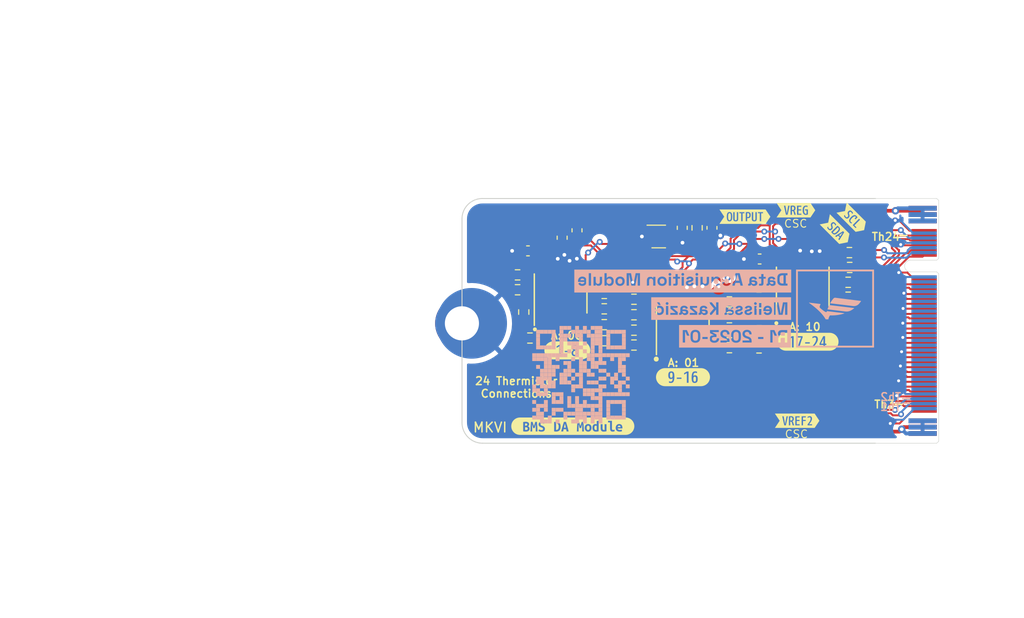
<source format=kicad_pcb>
(kicad_pcb (version 20211014) (generator pcbnew)
  (layers (0 "F.Cu" signal) (31 "B.Cu" signal) (34 "B.Paste" user) (35 "F.Paste" user) (36 "B.SilkS" user "B.Silkscreen") (37 "F.SilkS" user "F.Silkscreen") (38 "B.Mask" user) (39 "F.Mask" user) (44 "Edge.Cuts" user))
  (net 0 "")
  (net 1 "/VREG")
  (net 2 "GND")
  (net 3 "/MUX_GROUP_OUTPUT")
  (net 4 "/SDA")
  (net 5 "/SCL")
  (net 6 "/THERM_1")
  (net 7 "/THERM_2")
  (net 8 "/THERM_3")
  (net 9 "/THERM_4")
  (net 10 "/THERM_5")
  (net 11 "/THERM_6")
  (net 12 "/THERM_7")
  (net 13 "/THERM_8")
  (net 14 "/THERM_9")
  (net 15 "/THERM_10")
  (net 16 "/THERM_11")
  (net 17 "/THERM_12")
  (net 18 "/THERM_13")
  (net 19 "/THERM_14")
  (net 20 "/THERM_15")
  (net 21 "/THERM_16")
  (net 22 "/THERM_17")
  (net 23 "/THERM_18")
  (net 26 "/THERM_19")
  (net 27 "/THERM_20")
  (net 28 "/THERM_21")
  (net 29 "/THERM_22")
  (net 30 "/THERM_23")
  (net 31 "/THERM_24")
  (net 43 "/VREF2")
  (net 44 "Net-(U1-Pad9)")
  (net 45 "Net-(R25-Pad2)")
  (footprint "OEM:R_0603" (layer "F.Cu") (at 96.774 70.993)
    (fp_text reference "R3" hide)
    (fp_text value "R_100K" hide)
  )
  (footprint "OEM:R_0603" (layer "F.Cu") (at 118.5005 72.2373 180)
    (fp_text reference "R13" hide)
    (fp_text value "R_100K" hide)
  )
  (footprint "OEM:R_0603" (layer "F.Cu") (at 121.539 71.755)
    (fp_text reference "R20" hide)
    (fp_text value "R_100K" hide)
  )
  (footprint "OEM:R_0603" (layer "F.Cu") (at 108.712 73.5581)
    (fp_text reference "R11" hide)
    (fp_text value "R_100K" hide)
  )
  (footprint "OEM:R_0603" (layer "F.Cu") (at 105.664 74.5744 180)
    (fp_text reference "R7" hide)
    (fp_text value "R_100K" hide)
  )
  (footprint "OEM:R_0603" (layer "F.Cu") (at 108.712 75.1421)
    (fp_text reference "R10" hide)
    (fp_text value "R_100K" hide)
  )
  (footprint "footprints:R_0603_1608Metric" (layer "F.Cu") (at 101.346 65.659 90)
    (fp_text reference "R27" hide)
    (fp_text value "15KR_DNP" hide)
  )
  (footprint "kibuzzard-63A54BE3" (layer "F.Cu") (at 101.8794 77.216)
    (fp_text reference "kibuzzard-63A54BE3" hide)
    (fp_text value "G***" hide)
  )
  (footprint "OEM:R_0603" (layer "F.Cu") (at 130.683 70.231 180)
    (fp_text reference "R23" hide)
    (fp_text value "R_100K" hide)
  )
  (footprint "Package_SO:SSOP-16_3.9x4.9mm_P0.635mm" (layer "F.Cu") (at 101.2158 71.374 90)
    (fp_text reference "U1" hide)
    (fp_text value "LTC1380IGN" hide)
  )
  (footprint "OEM:R_0603" (layer "F.Cu") (at 118.5005 73.8632 180)
    (fp_text reference "R14" hide)
    (fp_text value "R_100K" hide)
  )
  (footprint "footprints:C_0603_1608Metric" (layer "F.Cu") (at 113.665 64.643 -90)
    (fp_text reference "C5" hide)
    (fp_text value "C_0.1uF" hide)
  )
  (footprint "OEM:R_0603" (layer "F.Cu") (at 97.409 73.279 -90)
    (fp_text reference "R2" hide)
    (fp_text value "R_100K" hide)
  )
  (footprint "OEM:R_0603" (layer "F.Cu") (at 96.774 69.469)
    (fp_text reference "R4" hide)
    (fp_text value "R_100K" hide)
  )
  (footprint "OEM:C_0603" (layer "F.Cu") (at 97.8408 67.0052 180)
    (fp_text reference "C1" hide)
    (fp_text value "C_1uF" hide)
  )
  (footprint "Package_TO_SOT_SMD:SOT-353_SC-70-5" (layer "F.Cu") (at 111.252 65.532)
    (fp_text reference "U4" hide)
    (fp_text value "MCP6001T-I-LT" hide)
  )
  (footprint "Package_SO:SSOP-16_3.9x4.9mm_P0.635mm" (layer "F.Cu") (at 113.7412 74.3712 90)
    (fp_text reference "U2" hide)
    (fp_text value "LTC1380IGN" hide)
  )
  (footprint "kibuzzard-63A54BB0" (layer "F.Cu") (at 126.5428 76.327)
    (fp_text reference "kibuzzard-63A54BB0" hide)
    (fp_text value "G***" hide)
  )
  (footprint "kibuzzard-63BF547A" (layer "F.Cu") (at 120.0912 63.5)
    (fp_text reference "kibuzzard-63BF547A" hide)
    (fp_text value "G***" hide)
  )
  (footprint "OEM:R_0603" (layer "F.Cu") (at 108.712 76.6661)
    (fp_text reference "R9" hide)
    (fp_text value "R_100K" hide)
  )
  (footprint "OEM:R_0603" (layer "F.Cu") (at 105.664 72.9488 180)
    (fp_text reference "R6" hide)
    (fp_text value "R_100K" hide)
  )
  (footprint "OEM:R_0603" (layer "F.Cu") (at 115.189 64.643 -90)
    (fp_text reference "R25" hide)
    (fp_text value "R_100" hide)
  )
  (footprint "OEM:M.2_Mount" (layer "F.Cu") (at 91.050304 74.4392 90)
    (fp_text reference "H1" hide)
    (fp_text value "M.2_MountingHole" hide)
  )
  (footprint "OEM:R_0603" (layer "F.Cu") (at 108.712 71.9671)
    (fp_text reference "R12" hide)
    (fp_text value "R_100K" hide)
  )
  (footprint "Package_SO:SSOP-16_3.9x4.9mm_P0.635mm" (layer "F.Cu") (at 126.0475 70.679 90)
    (fp_text reference "U3" hide)
    (fp_text value "LTC1380IGN" hide)
  )
  (footprint "OEM:R_0603" (layer "F.Cu") (at 130.81 67.183 180)
    (fp_text reference "R21" hide)
    (fp_text value "R_100K" hide)
  )
  (footprint "kibuzzard-63BF5451" (layer "F.Cu") (at 125.3236 62.8396)
    (fp_text reference "kibuzzard-63BF5451" hide)
    (fp_text value "G***" hide)
  )
  (footprint "kibuzzard-63BF55B8" (layer "F.Cu") (at 129.460616 64.944616 -45)
    (fp_text reference "kibuzzard-63BF55B8" hide)
    (fp_text value "G***" hide)
  )
  (footprint "OEM:R_0603" (layer "F.Cu") (at 130.683 71.755 180)
    (fp_text reference "R24" hide)
    (fp_text value "R_100K" hide)
  )
  (footprint "kibuzzard-63BF5430" (layer "F.Cu") (at 125.4506 84.4296)
    (fp_text reference "kibuzzard-63BF5430" hide)
    (fp_text value "G***" hide)
  )
  (footprint "OEM:R_0603" (layer "F.Cu") (at 121.539 76.962)
    (fp_text reference "R17" hide)
    (fp_text value "R_100K" hide)
  )
  (footprint "OEM:R_0603" (layer "F.Cu") (at 105.6386 76.2254 180)
    (fp_text reference "R8" hide)
    (fp_text value "R_100K" hide)
  )
  (footprint "OEM:R_0603" (layer "F.Cu") (at 121.539 73.406)
    (fp_text reference "R19" hide)
    (fp_text value "R_100K" hide)
  )
  (footprint "OEM:R_0603" (layer "F.Cu") (at 118.5005 75.3872 180)
    (fp_text reference "R15" hide)
    (fp_text value "R_100K" hide)
  )
  (footprint "OEM:C_0603" (layer "F.Cu") (at 110.363 70.104 180)
    (fp_text reference "C2" hide)
    (fp_text value "C_1uF" hide)
  )
  (footprint "footprints:Automotive_M.2_Edge_Connector" (layer "F.Cu") (at 139.970704 74.1852 -90)
    (fp_text reference "J1" hide)
    (fp_text value "Automotive_M.2_Edge_Connector" hide)
    (fp_line (start -6.225 0.2) (end -6.425 0) (layer "Edge.Cuts") (width 0.05))
    (fp_line (start 12.55 0.2) (end 12.55 6.5) (layer "Edge.Cuts") (width 0.05))
    (fp_line (start -12.35 0) (end -6.425 0) (layer "Edge.Cuts") (width 0.05))
    (fp_line (start -12.55 0.2) (end -12.35 0) (layer "Edge.Cuts") (width 0.05))
    (fp_line (start -12.55 0.2) (end -12.55 6.5) (layer "Edge.Cuts") (width 0.05))
    (fp_line (start -4.825 0) (end 12.35 0) (layer "Edge.Cuts") (width 0.05))
    (fp_line (start 12.55 0.2) (end 12.35 0) (layer "Edge.Cuts") (width 0.05))
    (fp_line (start -5.025 2.9) (end -5.025 0.2) (layer "Edge.Cuts") (width 0.05))
    (fp_line (start -6.225 2.9) (end -6.225 0.2) (layer "Edge.Cuts") (width 0.05))
    (fp_line (start -5.025 0.2) (end -4.825 0) (layer "Edge.Cuts") (width 0.05))
    (fp_arc (start -5.025 2.9) (mid -5.625 3.5) (end -6.225 2.9) (layer "Edge.Cuts") (width 0.05))
  )
  (footprint "OEM:R_0603" (layer "F.Cu") (at 98.044 75.946)
    (fp_text reference "R1" hide)
    (fp_text value "R_100K" hide)
  )
  (footprint "OEM:R_0603" (layer "F.Cu") (at 118.5005 76.9363 180)
    (fp_text reference "R16" hide)
    (fp_text value "R_100K" hide)
  )
  (footprint "OEM:R_0603" (layer "F.Cu") (at 130.8386 68.707 180)
    (fp_text reference "R22" hide)
    (fp_text value "R_100K" hide)
  )
  (footprint "OEM:R_0603" (layer "F.Cu") (at 105.664 71.374 180)
    (fp_text reference "R5" hide)
    (fp_text value "R_100K" hide)
  )
  (footprint "OEM:C_0603" (layer "F.Cu") (at 116.713 64.643 -90)
    (fp_text reference "C3" hide)
    (fp_text value "C_10nF" hide)
  )
  (footprint "OEM:R_0603" (layer "F.Cu") (at 121.5644 75.184)
    (fp_text reference "R18" hide)
    (fp_text value "R_100K" hide)
  )
  (footprint "kibuzzard-63BF51CA" (layer "F.Cu") (at 102.4382 84.9884)
    (fp_text reference "kibuzzard-63BF51CA" hide)
    (fp_text value "G***" hide)
  )
  (footprint "kibuzzard-63A54BCB" (layer "F.Cu") (at 113.7412 79.9592)
    (fp_text reference "kibuzzard-63A54BCB" hide)
    (fp_text value "G***" hide)
  )
  (footprint "kibuzzard-63BF55D1" (layer "F.Cu") (at 131.162416 63.725416 -45)
    (fp_text reference "kibuzzard-63BF55D1" hide)
    (fp_text value "G***" hide)
  )
  (footprint "OEM:C_0603" (layer "F.Cu") (at 121.6025 67.84055 180)
    (fp_text reference "C4" hide)
    (fp_text value "C_1uF" hide)
  )
  (footprint "footprints:R_0603_1608Metric" (layer "F.Cu") (at 102.87 64.897 90)
    (fp_text reference "R26" hide)
    (fp_text value "15KR_DNP" hide)
  )
  (footprint "OEM:OEM_Logo_8mm" (layer "B.Cu") (at 129.3368 72.923401 180)
    (fp_text reference "REF**" hide)
    (fp_text value "OEM_Logo_8mm")
  )
  (footprint "kibuzzard-63BF5052" (layer "B.Cu") (at 113.7158 70.104 180)
    (fp_text reference "kibuzzard-63BF5052" hide)
    (fp_text value "G***" hide)
  )
  (footprint "kibuzzard-63BF4696" (layer "B.Cu") (at 119.0752 75.7682 180)
    (fp_text reference "kibuzzard-63BF4696" hide)
    (fp_text value "G***" hide)
  )
  (footprint "kibuzzard-63BF465A" (layer "B.Cu") (at 117.6528 72.9234 180)
    (fp_text reference "kibuzzard-63BF465A" hide)
    (fp_text value "G***" hide)
  )
  (footprint "OEM:QR_6_BMS-DA_1" (layer "B.Cu") (at 103.2764 79.7052 180)
    (fp_text reference "QR*****")
    (fp_text value "hw.oem.to/6_BMS-DA_1")
  )
  (gr_line (start 136.9822 82.169) (end 136.271 82.169) (layer "B.SilkS") (width 0.15))
  (gr_line (start 136.9568 82.6516) (end 136.2456 82.6516) (layer "B.SilkS") (width 0.15))
  (gr_circle (center 110.998 78.105) (end 110.871 78.232) (layer "F.SilkS") (width 0.15) (fill solid))
  (gr_circle (center 123.317 74.422) (end 123.444 74.422) (layer "F.SilkS") (width 0.15) (fill solid))
  (gr_line (start 136.2202 82.7532) (end 135.509 82.7532) (layer "F.SilkS") (width 0.15))
  (gr_circle (center 98.552 75.057) (end 98.679 75.057) (layer "F.SilkS") (width 0.15) (fill solid))
  (gr_line (start 136.7028 65.4304) (end 135.9916 65.4304) (layer "F.SilkS") (width 0.15))
  (gr_arc (start 91.075704 63.725329) (mid 91.688572 62.247102) (end 93.1672 61.6352) (layer "Edge.Cuts") (width 0.1))
  (gr_line (start 133.470704 86.7352) (end 93.180633 86.7352) (layer "Edge.Cuts") (width 0.1))
  (gr_arc (start 93.180633 86.7352) (mid 91.689965 86.113229) (end 91.075704 84.619367) (layer "Edge.Cuts") (width 0.1))
  (gr_line (start 91.075704 63.725329) (end 91.075704 84.619367) (layer "Edge.Cuts") (width 0.1))
  (gr_line (start 133.470704 61.6352) (end 93.1672 61.6352) (layer "Edge.Cuts") (width 0.1))
  (gr_text "Th1" (at 135.0264 83.0072) (layer "B.SilkS") (effects (font (size 0.8 0.8)) (justify mirror)))
  (gr_text "Th2" (at 135.0518 81.9912) (layer "B.SilkS") (effects (font (size 0.8 0.8)) (justify mirror)))
  (gr_text "Th24" (at 134.5438 65.5574) (layer "F.SilkS") (effects (font (size 0.8 0.8))))
  (gr_text "24 Thermistor\nConnections" (at 96.647 81.0006) (layer "F.SilkS") (effects (font (size 0.8 0.8))))
  (gr_text "A: 01" (at 113.792 78.486) (layer "F.SilkS") (effects (font (size 0.8 0.8))))
  (gr_text "A: 10" (at 126.238 74.803) (layer "F.SilkS") (effects (font (size 0.8 0.8))))
  (gr_text "Th3" (at 134.4168 82.7532) (layer "F.SilkS") (effects (font (size 0.8 0.8))))
  (gr_text "CSC" (at 125.3744 85.8012) (layer "F.SilkS") (effects (font (size 0.8 0.8) (thickness 0.1))))
  (gr_text "A: 00" (at 101.8032 75.692) (layer "F.SilkS") (effects (font (size 0.8 0.8))))
  (gr_text "CSC" (at 125.2982 64.2112) (layer "F.SilkS") (effects (font (size 0.8 0.8) (thickness 0.1))))
  (gr_text "MKVI" (at 93.9546 85.1154) (layer "F.SilkS") (effects (font (size 1 1))))
  (segment (start 111.5187 71.7712) (end 111.5187 70.4847) (width 0.381) (layer "F.Cu") (net 1))
  (segment (start 113.4237 70.089713) (end 113.786913 69.7265) (width 0.381) (layer "F.Cu") (net 1))
  (segment (start 138.320704 62.6352) (end 138.320704 63.9352) (width 0.381) (layer "F.Cu") (net 1))
  (segment (start 98.6158 67.0052) (end 98.9933 67.3827) (width 0.381) (layer "F.Cu") (net 1))
  (segment (start 118.872 70.485) (end 120.69855 68.65845) (width 0.381) (layer "F.Cu") (net 1))
  (segment (start 98.9933 67.3827) (end 98.9933 68.774) (width 0.381) (layer "F.Cu") (net 1))
  (segment (start 100.5586 62.8904) (end 98.6158 64.8332) (width 0.381) (layer "F.Cu") (net 1))
  (segment (start 117.3769 69.7265) (end 118.1354 70.485) (width 0.381) (layer "F.Cu") (net 1))
  (segment (start 123.58655 67.84055) (end 123.689 67.943) (width 0.381) (layer "F.Cu") (net 1))
  (segment (start 113.4237 71.7712) (end 113.4237 72.7583) (width 0.381) (layer "F.Cu") (net 1))
  (segment (start 112.6385 64.882) (end 113.665 63.8555) (width 0.381) (layer "F.Cu") (net 1))
  (segment (start 111.5187 70.4847) (end 111.138 70.104) (width 0.381) (layer "F.Cu") (net 1))
  (segment (start 113.157 73.025) (end 111.9217 73.025) (width 0.381) (layer "F.Cu") (net 1))
  (segment (start 106.699742 69.215) (end 110.6202 69.215) (width 0.381) (layer "F.Cu") (net 1))
  (segment (start 101.346 64.8715) (end 102.108 64.8715) (width 0.381) (layer "F.Cu") (net 1))
  (segment (start 120.69855 68.65845) (end 121.5596 68.65845) (width 0.381) (layer "F.Cu") (net 1))
  (segment (start 138.320704 62.6352) (end 138.065504 62.8904) (width 0.381) (layer "F.Cu") (net 1))
  (segment (start 111.9217 73.025) (end 111.5187 72.622) (width 0.381) (layer "F.Cu") (net 1))
  (segment (start 98.9933 69.4655) (end 99.7588 70.231) (width 0.381) (layer "F.Cu") (net 1))
  (segment (start 113.7413 63.8555) (end 114.7064 62.8904) (width 0.381) (layer "F.Cu") (net 1))
  (segment (start 126.212351 69.212649) (end 123.977649 69.212649) (width 0.381) (layer "F.Cu") (net 1))
  (segment (start 104.012181 70.2037) (end 104.193181 70.0227) (width 0.381) (layer "F.Cu") (net 1))
  (segment (start 114.7064 62.8904) (end 103.7336 62.8904) (width 0.381) (layer "F.Cu") (net 1))
  (segment (start 102.87 64.1095) (end 102.87 63.754) (width 0.381) (layer "F.Cu") (net 1))
  (segment (start 111.138 69.7328) (end 111.138 70.104) (width 0.381) (layer "F.Cu") (net 1))
  (segment (start 126.365 69.06) (end 126.212351 69.212649) (width 0.381) (layer "F.Cu") (net 1))
  (segment (start 118.1354 70.485) (end 118.872 70.485) (width 0.381) (layer "F.Cu") (net 1))
  (segment (start 98.9933 68.774) (end 98.9933 69.4655) (width 0.381) (layer "F.Cu") (net 1))
  (segment (start 102.87 63.754) (end 103.7336 62.8904) (width 0.381) (layer "F.Cu") (net 1))
  (segment (start 121.5596 68.65845) (end 122.3775 67.84055) (width 0.381) (layer "F.Cu") (net 1))
  (segment (start 123.977649 69.212649) (end 123.825 69.06) (width 0.381) (layer "F.Cu") (net 1))
  (segment (start 105.892042 70.0227) (end 106.699742 69.215) (width 0.381) (layer "F.Cu") (net 1))
  (segment (start 126.365 68.079) (end 126.365 69.06) (width 0.381) (layer "F.Cu") (net 1))
  (segment (start 99.7588 70.231) (end 102.394551 70.231001) (width 0.381) (layer "F.Cu") (net 1))
  (segment (start 138.065504 62.8904) (end 135.5344 62.8904) (width 0.381) (layer "F.Cu") (net 1))
  (segment (start 102.421854 70.2037) (end 104.012181 70.2037) (width 0.381) (layer "F.Cu") (net 1))
  (segment (start 111.5187 72.622) (end 111.5187 71.7712) (width 0.381) (layer "F.Cu") (net 1))
  (segment (start 110.6202 69.215) (end 111.138 69.7328) (width 0.381) (layer "F.Cu") (net 1))
  (segment (start 113.665 63.8555) (end 113.7413 63.8555) (width 0.381) (layer "F.Cu") (net 1))
  (segment (start 113.4237 72.7583) (end 113.157 73.025) (width 0.381) (layer "F.Cu") (net 1))
  (segment (start 112.202 64.882) (end 112.6385 64.882) (width 0.381) (layer "F.Cu") (net 1))
  (segment (start 103.7336 62.8904) (end 100.5586 62.8904) (width 0.381) (layer "F.Cu") (net 1))
  (segment (start 102.394551 70.231001) (end 102.421854 70.2037) (width 0.381) (layer "F.Cu") (net 1))
  (segment (start 102.108 64.8715) (end 102.87 64.1095) (width 0.381) (layer "F.Cu") (net 1))
  (segment (start 113.4237 71.7712) (end 113.4237 70.089713) (width 0.381) (layer "F.Cu") (net 1))
  (segment (start 135.5344 62.8904) (end 114.7064 62.8904) (width 0.381) (layer "F.Cu") (net 1))
  (segment (start 113.786913 69.7265) (end 117.3769 69.7265) (width 0.381) (layer "F.Cu") (net 1))
  (segment (start 123.825 69.06) (end 123.825 68.079) (width 0.381) (layer "F.Cu") (net 1))
  (segment (start 122.3775 67.84055) (end 123.58655 67.84055) (width 0.381) (layer "F.Cu") (net 1))
  (segment (start 104.193181 70.0227) (end 105.892042 70.0227) (width 0.381) (layer "F.Cu") (net 1))
  (segment (start 98.6158 64.8332) (end 98.6158 67.0052) (width 0.381) (layer "F.Cu") (net 1))
  (via (at 135.5344 62.8904) (size 0.762) (drill 0.381) (layers "F.Cu" "B.Cu") (net 1))
  (segment (start 138.320704 62.6352) (end 138.320704 63.9352) (width 0.381) (layer "B.Cu") (net 1))
  (segment (start 138.320704 62.6352) (end 135.7896 62.6352) (width 0.381) (layer "B.Cu") (net 1))
  (segment (start 135.7896 62.6352) (end 135.5344 62.8904) (width 0.381) (layer "B.Cu") (net 1))
  (segment (start 127.635 67.1576) (end 127.762 67.0306) (width 0.381) (layer "F.Cu") (net 2))
  (segment (start 97.0658 67.0052) (end 96.2152 67.0052) (width 0.381) (layer "F.Cu") (net 2))
  (segment (start 125.7554 66.9798) (end 125.73 67.0052) (width 0.381) (layer "F.Cu") (net 2))
  (segment (start 136.395264 71.3448) (end 136.485664 71.4352) (width 0.2) (layer "F.Cu") (net 2))
  (segment (start 136.970704 64.935201) (end 138.470704 64.935201) (width 0.2) (layer "F.Cu") (net 2))
  (segment (start 136.161507 78.9352) (end 136.042206 78.815899) (width 0.2) (layer "F.Cu") (net 2))
  (segment (start 101.5333 68.774) (end 101.5333 67.4558) (width 0.381) (layer "F.Cu") (net 2))
  (segment (start 113.665 65.4305) (end 113.665 66.1416) (width 0.381) (layer "F.Cu") (net 2))
  (segment (start 109.461 70.231) (end 109.588 70.104) (width 0.2) (layer "F.Cu") (net 2))
  (segment (start 114.6937 71.0819) (end 114.6937 71.7712) (width 0.381) (layer "F.Cu") (net 2))
  (segment (start 114.0587 70.8274) (end 114.0587 71.7712) (width 0.381) (layer "F.Cu") (net 2))
  (segment (start 125.73 67.0052) (end 125.73 68.079) (width 0.381) (layer "F.Cu") (net 2))
  (segment (start 136.485664 71.4352) (end 138.470704 71.4352) (width 0.2) (layer "F.Cu") (net 2))
  (segment (start 136.750148 69.2322) (end 137.453148 69.9352) (width 0.2) (layer "F.Cu") (net 2))
  (segment (start 135.855904 80.332) (end 135.959104 80.4352) (width 0.2) (layer "F.Cu") (net 2))
  (segment (start 136.302908 74.4352) (end 136.287704 74.419996) (width 0.2) (layer "F.Cu") (net 2))
  (segment (start 135.870104 69.2322) (end 136.750148 69.2322) (width 0.2) (layer "F.Cu") (net 2))
  (segment (start 102.8033 68.774) (end 102.8033 67.858966) (width 0.381) (layer "F.Cu") (net 2))
  (segment (start 135.916503 63.881) (end 136.970704 64.935201) (width 0.2) (layer "F.Cu") (net 2))
  (segment (start 137.453148 69.9352) (end 138.470704 69.9352) (width 0.2) (layer "F.Cu") (net 2))
  (segment (start 135.947202 84.709) (end 137.221003 83.435199) (width 0.2) (layer "F.Cu") (net 2))
  (segment (start 117.5642 65.418) (end 117.5766 65.4304) (width 0.381) (layer "F.Cu") (net 2))
  (segment (start 136.147338 66.4352) (end 138.470704 66.4352) (width 0.2) (layer "F.Cu") (net 2))
  (segment (start 135.509 63.881) (end 135.916503 63.881) (width 0.2) (layer "F.Cu") (net 2))
  (segment (start 135.959104 80.4352) (end 138.470704 80.4352) (width 0.2) (layer "F.Cu") (net 2))
  (segment (start 114.1471 70.739) (end 114.0587 70.8274) (width 0.381) (layer "F.Cu") (net 2))
  (segment (start 119.99245 67.84055) (end 119.9896 67.8434) (width 0.381) (layer "F.Cu") (net 2))
  (segment (start 116.713 65.418) (end 117.5642 65.418) (width 0.381) (layer "F.Cu") (net 2))
  (segment (start 120.8275 67.84055) (end 119.99245 67.84055) (width 0.381) (layer "F.Cu") (net 2))
  (segment (start 108.585 70.231) (end 109.461 70.231) (width 0.2) (layer "F.Cu") (net 2))
  (segment (start 110.302 65.532) (end 109.5248 65.532) (width 0.381) (layer "F.Cu") (net 2))
  (segment (start 127.635 68.079) (end 127.635 67.1576) (width 0.381) (layer "F.Cu") (net 2))
  (segment (start 135.001 84.709) (end 135.947202 84.709) (width 0.2) (layer "F.Cu") (net 2))
  (segment (start 102.1683 68.0815) (end 102.108 68.0212) (width 0.381) (layer "F.Cu") (net 2))
  (segment (start 115.7478 70.6374) (end 115.3287 71.0565) (width 0.381) (layer "F.Cu") (net 2))
  (segment (start 135.733341 81.9352) (end 138.470704 81.9352) (width 0.2) (layer "F.Cu") (net 2))
  (segment (start 138.470704 78.9352) (end 136.161507 78.9352) (width 0.2) (layer "F.Cu") (net 2))
  (segment (start 136.313104 72.9152) (end 136.333104 72.9352) (width 0.2) (layer "F.Cu") (net 2))
  (segment (start 102.8033 67.858966) (end 102.854431 67.807835) (width 0.381) (layer "F.Cu") (net 2))
  (segment (start 127 67.1068) (end 127 68.079) (width 0.381) (layer "F.Cu") (net 2))
  (segment (start 115.3287 71.0565) (end 115.3287 71.7712) (width 0.381) (layer "F.Cu") (net 2))
  (segment (start 126.9492 67.056) (end 127 67.1068) (width 0.381) (layer "F.Cu") (net 2))
  (segment (start 138.470704 74.4352) (end 136.302908 74.4352) (width 0.2) (layer "F.Cu") (net 2))
  (segment (start 135.652704 81.854563) (end 135.733341 81.9352) (width 0.2) (layer "F.Cu") (net 2))
  (segment (start 136.245306 77.4352) (end 136.160704 77.350598) (width 0.2) (layer "F.Cu") (net 2))
  (segment (start 136.337607 75.9352) (end 136.287704 75.885297) (width 0.2) (layer "F.Cu") (net 2))
  (segment (start 101.5333 67.4558) (end 101.5746 67.4145) (width 0.381) (layer "F.Cu") (net 2))
  (segment (start 114.9096 70.866) (end 114.6937 71.0819) (width 0.381) (layer "F.Cu") (net 2))
  (segment (start 138.470704 77.4352) (end 136.245306 77.4352) (width 0.2) (layer "F.Cu") (net 2))
  (segment (start 102.1683 68.774) (end 102.1683 68.0815) (width 0.381) (layer "F.Cu") (net 2))
  (segment (start 114.9096 70.6374) (end 114.9096 70.866) (width 0.381) (layer "F.Cu") (net 2))
  (segment (start 136.333104 72.9352) (end 138.470704 72.9352) (width 0.2) (layer "F.Cu") (net 2))
  (segment (start 137.221003 83.435199) (end 138.470704 83.435199) (width 0.2) (layer "F.Cu") (net 2))
  (segment (start 100.8983 67.8225) (end 100.8938 67.818) (width 0.381) (layer "F.Cu") (net 2))
  (segment (start 138.470704 75.9352) (end 136.337607 75.9352) (width 0.2) (layer "F.Cu") (net 2))
  (segment (start 100.8983 68.774) (end 100.8983 67.8225) (width 0.381) (layer "F.Cu") (net 2))
  (segment (start 136.072038 66.3599) (end 136.147338 66.4352) (width 0.2) (layer "F.Cu") (net 2))
  (segment (start 113.665 66.1416) (end 113.6904 66.167) (width 0.381) (layer "F.Cu") (net 2))
  (via (at 117.5766 65.4304) (size 0.762) (drill 0.381) (layers "F.Cu" "B.Cu") (net 2))
  (via (at 102.854431 67.807835) (size 0.762) (drill 0.381) (layers "F.Cu" "B.Cu") (net 2))
  (via (at 108.585 70.231) (size 0.6096) (drill 0.3048) (layers "F.Cu" "B.Cu") (net 2))
  (via (at 135.001 84.709) (size 0.6096) (drill 0.3048) (layers "F.Cu" "B.Cu") (net 2))
  (via (at 136.287704 75.885297) (size 0.6096) (drill 0.3048) (layers "F.Cu" "B.Cu") (net 2))
  (via (at 135.870104 69.2322) (size 0.6096) (drill 0.3048) (layers "F.Cu" "B.Cu") (net 2))
  (via (at 96.2152 67.0052) (size 0.762) (drill 0.381) (layers "F.Cu" "B.Cu") (net 2))
  (via (at 135.509 63.881) (size 0.6096) (drill 0.3048) (layers "F.Cu" "B.Cu") (net 2))
  (via (at 115.7478 70.6374) (size 0.762) (drill 0.381) (layers "F.Cu" "B.Cu") (net 2))
  (via (at 101.5746 67.4145) (size 0.762) (drill 0.381) (layers "F.Cu" "B.Cu") (net 2))
  (via (at 119.9896 67.8434) (size 0.762) (drill 0.381) (layers "F.Cu" "B.Cu") (net 2))
  (via (at 114.9096 70.6374) (size 0.762) (drill 0.381) (layers "F.Cu" "B.Cu") (net 2))
  (via (at 136.395264 71.3448) (size 0.6096) (drill 0.3048) (layers "F.Cu" "B.Cu") (net 2))
  (via (at 126.9492 67.056) (size 0.762) (drill 0.381) (layers "F.Cu" "B.Cu") (net 2))
  (via (at 125.7554 66.9798) (size 0.762) (drill 0.381) (layers "F.Cu" "B.Cu") (net 2))
  (via (at 136.160704 77.350598) (size 0.6096) (drill 0.3048) (layers "F.Cu" "B.Cu") (net 2))
  (via (at 114.1471 70.739) (size 0.762) (drill 0.381) (layers "F.Cu" "B.Cu") (net 2))
  (via (at 136.042206 78.815899) (size 0.6096) (drill 0.3048) (layers "F.Cu" "B.Cu") (net 2))
  (via (at 102.108 68.0212) (size 0.762) (drill 0.381) (layers "F.Cu" "B.Cu") (net 2))
  (via (at 135.855904 80.332) (size 0.6096) (drill 0.3048) (layers "F.Cu" "B.Cu") (net 2))
  (via (at 127.762 67.0306) (size 0.762) (drill 0.381) (layers "F.Cu" "B.Cu") (net 2))
  (via (at 109.5248 65.532) (size 0.762) (drill 0.381) (layers "F.Cu" "B.Cu") (net 2))
  (via (at 113.6904 66.167) (size 0.762) (drill 0.381) (layers "F.Cu" "B.Cu") (net 2))
  (via (at 136.287704 74.419996) (size 0.6096) (drill 0.3048) (layers "F.Cu" "B.Cu") (net 2))
  (via (at 100.8938 67.818) (size 0.762) (drill 0.381) (layers "F.Cu" "B.Cu") (net 2))
  (via (at 136.072038 66.3599) (size 0.6096) (drill 0.3048) (layers "F.Cu" "B.Cu") (net 2))
  (via (at 135.652704 81.854563) (size 0.6096) (drill 0.3048) (layers "F.Cu" "B.Cu") (net 2))
  (via (at 136.313104 72.9152) (size 0.6096) (drill 0.3048) (layers "F.Cu" "B.Cu") (net 2))
  (segment (start 138.470704 66.1852) (end 136.669704 66.1852) (width 0.2) (layer "B.Cu") (net 2))
  (segment (start 138.470704 69.6852) (end 136.3088 69.6852) (width 0.2) (layer "B.Cu") (net 2))
  (segment (start 136.033704 63.8732) (end 136.033704 63.3902) (width 0.2) (layer "B.Cu") (net 2))
  (segment (start 136.331596 84.328) (end 135.001 84.328) (width 0.2) (layer "B.Cu") (net 2))
  (segment (start 138.470704 83.1852) (end 137.474396 83.1852) (width 0.2) (layer "B.Cu") (net 2))
  (segment (start 136.033704 63.3902) (end 136.033704 63.520896) (width 0.2) (layer "B.Cu") (net 2))
  (segment (start 136.548704 81.6852) (end 136.287704 81.4242) (width 0.2) (layer "B.Cu") (net 2))
  (segment (start 138.470704 65.1852) (end 137.345704 65.1852) (width 0.2) (layer "B.Cu") (net 2))
  (segment (start 136.3088 69.6852) (end 136.271 69.723) (width 0.2) (layer "B.Cu") (net 2))
  (segment (start 136.669704 66.1852) (end 136.414704 65.9302) (width 0.2) (layer "B.Cu") (net 2))
  (segment (start 137.474396 83.1852) (end 136.331596 84.328) (width 0.2) (layer "B.Cu") (net 2))
  (segment (start 136.414704 65.9302) (end 135.906704 65.9302) (width 0.2) (layer "B.Cu") (net 2))
  (segment (start 137.345704 65.1852) (end 136.033704 63.8732) (width 0.2) (layer "B.Cu") (net 2))
  (segment (start 138.470704 81.6852) (end 136.548704 81.6852) (width 0.2) (layer "B.Cu") (net 2))
  (segment (start 134.986212 64.882212) (end 136.083518 64.882212) (width 0.2) (layer "F.Cu") (net 3))
  (segment (start 133.6072 63.5032) (end 134.986212 64.882212) (width 0.2) (layer "F.Cu") (net 3))
  (segment (start 115.239 63.868) (end 115.189 63.818) (width 0.2) (layer "F.Cu") (net 3))
  (segment (start 116.713 63.868) (end 115.239 63.868) (width 0.2) (layer "F.Cu") (net 3))
  (segment (start 116.713 63.868) (end 117.0778 63.5032) (width 0.2) (layer "F.Cu") (net 3))
  (segment (start 117.0778 63.5032) (end 133.6072 63.5032) (width 0.2) (layer "F.Cu") (net 3))
  (via (at 136.083518 64.882212) (size 0.6096) (drill 0.3048) (layers "F.Cu" "B.Cu") (net 3))
  (segment (start 136.886506 65.6852) (end 136.083518 64.882212) (width 0.2) (layer "B.Cu") (net 3))
  (segment (start 138.470704 65.6852) (end 136.886506 65.6852) (width 0.2) (layer "B.Cu") (net 3))
  (segment (start 124.5926 66.8076) (end 125.095 67.31) (width 0.2) (layer "F.Cu") (net 4))
  (segment (start 114.351176 68.296723) (end 114.351176 68.535881) (width 0.2) (layer "F.Cu") (net 4))
  (segment (start 119.8504 65.024) (end 122.0801 65.024) (width 0.2) (layer "F.Cu") (net 4))
  (segment (start 105.733314 67.8976) (end 112.944138 67.8976) (width 0.2) (layer "F.Cu") (net 4))
  (segment (start 122.9844 66.2154) (end 123.5766 66.8076) (width 0.2) (layer "F.Cu") (net 4))
  (segment (start 100.9395 66.4465) (end 101.346 66.4465) (width 0.2) (layer "F.Cu") (net 4))
  (segment (start 118.9736 66.8274) (end 118.9736 65.9008) (width 0.2) (layer "F.Cu") (net 4))
  (segment (start 100.2633 67.1227) (end 100.9395 66.4465) (width 0.2) (layer "F.Cu") (net 4))
  (segment (start 101.346 66.4465) (end 104.282214 66.4465) (width 0.2) (layer "F.Cu") (net 4))
  (segment (start 122.9844 64.4676) (end 122.9844 64.8197) (width 0.2) (layer "F.Cu") (net 4))
  (segment (start 114.351176 68.296723) (end 114.750299 67.8976) (width 0.2) (layer "F.Cu") (net 4))
  (segment (start 133.33915 67.68015) (end 129.867 64.208) (width 0.2) (layer "F.Cu") (net 4))
  (segment (start 123.5766 66.8076) (end 124.5926 66.8076) (width 0.2) (layer "F.Cu") (net 4))
  (segment (start 114.750299 67.8976) (end 117.903401 67.8976) (width 0.2) (layer "F.Cu") (net 4))
  (segment (start 123.244 64.208) (end 122.9844 64.4676) (width 0.2) (layer "F.Cu") (net 4))
  (segment (start 117.903401 67.8976) (end 118.9736 66.8274) (width 0.2) (layer "F.Cu") (net 4))
  (segment (start 104.282214 66.4465) (end 105.733314 67.8976) (width 0.2) (layer "F.Cu") (net 4))
  (segment (start 112.7887 70.098357) (end 112.7887 71.7712) (width 0.2) (layer "F.Cu") (net 4))
  (segment (start 122.9844 64.8197) (end 123.1887 65.024) (width 0.2) (layer "F.Cu") (net 4))
  (segment (start 134.35515 67.68015) (end 133.33915 67.68015) (width 0.2) (layer "F.Cu") (net 4))
  (segment (start 100.2633 68.774) (end 100.2633 67.1227) (width 0.2) (layer "F.Cu") (net 4))
  (segment (start 125.095 67.31) (end 125.095 68.079) (width 0.2) (layer "F.Cu") (net 4))
  (segment (start 129.867 64.208) (end 123.244 64.208) (width 0.2) (layer "F.Cu") (net 4))
  (segment (start 122.9844 65.2283) (end 122.9844 66.2154) (width 0.2) (layer "F.Cu") (net 4))
  (segment (start 112.944138 67.8976) (end 113.148438 68.1019) (width 0.2) (layer "F.Cu") (net 4))
  (segment (start 114.351176 68.535881) (end 112.7887 70.098357) (width 0.2) (layer "F.Cu") (net 4))
  (segment (start 123.1887 65.024) (end 122.9844 65.2283) (width 0.2) (layer "F.Cu") (net 4))
  (segment (start 118.9736 65.9008) (end 119.8504 65.024) (width 0.2) (layer "F.Cu") (net 4))
  (via (at 123.1887 65.024) (size 0.6096) (drill 0.3048) (layers "F.Cu" "B.Cu") (net 4))
  (via (at 113.148438 68.1019) (size 0.6096) (drill 0.3048) (layers "F.Cu" "B.Cu") (net 4))
  (via (at 122.0801 65.024) (size 0.6096) (drill 0.3048) (layers "F.Cu" "B.Cu") (net 4))
  (via (at 134.35515 67.68015) (size 0.6096) (drill 0.3048) (layers "F.Cu" "B.Cu") (net 4))
  (via (at 114.351176 68.296723) (size 0.6096) (drill 0.3048) (layers "F.Cu" "B.Cu") (net 4))
  (segment (start 134.3832 67.7082) (end 136.668704 67.7082) (width 0.2) (layer "B.Cu") (net 4))
  (segment (start 113.178338 68.072) (end 114.126453 68.072) (width 0.2) (layer "B.Cu") (net 4))
  (segment (start 136.668704 67.7082) (end 137.191704 67.1852) (width 0.2) (layer "B.Cu") (net 4))
  (segment (start 123.1887 65.024) (end 122.0801 65.024) (width 0.2) (layer "B.Cu") (net 4))
  (segment (start 114.126453 68.072) (end 114.351176 68.296723) (width 0.2) (layer "B.Cu") (net 4))
  (segment (start 134.35515 67.68015) (end 134.3832 67.7082) (width 0.2) (layer "B.Cu") (net 4))
  (segment (start 137.191704 67.1852) (end 138.470704 67.1852) (width 0.2) (layer "B.Cu") (net 4))
  (segment (start 113.148438 68.1019) (end 113.178338 68.072) (width 0.2) (layer "B.Cu") (net 4))
  (segment (start 121.444894 64.643) (end 119.736426 64.643) (width 0.2) (layer "F.Cu") (net 5))
  (segment (start 114.7228 67.5476) (end 114.3164 67.5476) (width 0.2) (layer "F.Cu") (net 5))
  (segment (start 102.87 65.6845) (end 100.970087 65.6845) (width 0.2) (layer "F.Cu") (net 5))
  (segment (start 133.088162 66.921162) (end 134.368344 66.921162) (width 0.2) (layer "F.Cu") (net 5))
  (segment (start 122.6344 64.389) (end 122.6344 64.3096) (width 0.2) (layer "F.Cu") (net 5))
  (segment (start 100.970087 65.6845) (end 99.6283 67.026287) (width 0.2) (layer "F.Cu") (net 5))
  (segment (start 118.6236 65.755826) (end 118.6236 66.682426) (width 0.2) (layer "F.Cu") (net 5))
  (segment (start 121.698894 64.389) (end 121.444894 64.643) (width 0.2) (layer "F.Cu") (net 5))
  (segment (start 114.7228 67.5476) (end 105.878288 67.5476) (width 0.2) (layer "F.Cu") (net 5))
  (segment (start 122.6344 66.360374) (end 122.6344 64.389) (width 0.2) (layer "F.Cu") (net 5))
  (segment (start 113.699153 68.164847) (end 113.699153 68.672847) (width 0.2) (layer "F.Cu") (net 5))
  (segment (start 99.6283 67.026287) (end 99.6283 68.774) (width 0.2) (layer "F.Cu") (net 5))
  (segment (start 113.699153 68.672847) (end 112.1537 70.2183) (width 0.2) (layer "F.Cu") (net 5))
  (segment (start 130.0226 63.8556) (end 133.088162 66.921162) (width 0.2) (layer "F.Cu") (net 5))
  (segment (start 119.736426 64.643) (end 118.6236 65.755826) (width 0.2) (layer "F.Cu") (net 5))
  (segment (start 124.3076 67.1576) (end 123.431626 67.1576) (width 0.2) (layer "F.Cu") (net 5))
  (segment (start 118.6236 66.682426) (end 117.758426 67.5476) (width 0.2) (layer "F.Cu") (net 5))
  (segment (start 124.46 68.079) (end 124.46 67.31) (width 0.2) (layer "F.Cu") (net 5))
  (segment (start 105.878288 67.5476) (end 104.015188 65.6845) (width 0.2) (layer "F.Cu") (net 5))
  (segment (start 122.6344 64.389) (end 121.698894 64.389) (width 0.2) (layer "F.Cu") (net 5))
  (segment (start 123.431626 67.1576) (end 122.6344 66.360374) (width 0.2) (layer "F.Cu") (net 5))
  (segment (start 122.6344 64.3096) (end 123.0884 63.8556) (width 0.2) (layer "F.Cu") (net 5))
  (segment (start 117.758426 67.5476) (end 114.7228 67.5476) (width 0.2) (layer "F.Cu") (net 5))
  (segment (start 124.46 67.31) (end 124.3076 67.1576) (width 0.2) (layer "F.Cu") (net 5))
  (segment (start 112.1537 70.2183) (end 112.1537 71.7712) (width 0.2) (layer "F.Cu") (net 5))
  (segment (start 114.3164 67.5476) (end 113.699153 68.164847) (width 0.2) (layer "F.Cu") (net 5))
  (segment (start 123.0884 63.8556) (end 130.0226 63.8556) (width 0.2) (layer "F.Cu") (net 5))
  (segment (start 104.015188 65.6845) (end 102.87 65.6845) (width 0.2) (layer "F.Cu") (net 5))
  (via (at 134.368344 66.921162) (size 0.6096) (drill 0.3048) (layers "F.Cu" "B.Cu") (net 5))
  (segment (start 136.795704 67.0732) (end 136.795704 66.9462) (width 0.2) (layer "B.Cu") (net 5))
  (segment (start 134.572532 67.12535) (end 134.584956 67.12535) (width 0.2) (layer "B.Cu") (net 5))
  (segment (start 134.584956 67.12535) (end 134.709006 67.2494) (width 0.2) (layer "B.Cu") (net 5))
  (segment (start 136.619504 67.2494) (end 136.795704 67.0732) (width 0.2) (layer "B.Cu") (net 5))
  (segment (start 137.056704 66.6852) (end 138.470704 66.6852) (width 0.2) (layer "B.Cu") (net 5))
  (segment (start 134.368344 66.921162) (end 134.572532 67.12535) (width 0.2) (layer "B.Cu") (net 5))
  (segment (start 134.709006 67.2494) (end 136.619504 67.2494) (width 0.2) (layer "B.Cu") (net 5))
  (segment (start 136.795704 66.9462) (end 137.056704 66.6852) (width 0.2) (layer "B.Cu") (net 5))
  (segment (start 107.1498 83.1976) (end 130.197232 83.1976) (width 0.2) (layer "F.Cu") (net 6))
  (segment (start 135.045939 83.662) (end 135.258603 83.874664) (width 0.2) (layer "F.Cu") (net 6))
  (segment (start 98.9933 73.974) (end 98.9933 75.8217) (width 0.2) (layer "F.Cu") (net 6))
  (segment (start 130.661632 83.662) (end 135.045939 83.662) (width 0.2) (layer "F.Cu") (net 6))
  (segment (start 135.258603 83.874664) (end 135.996932 83.874664) (width 0.2) (layer "F.Cu") (net 6))
  (segment (start 135.996932 83.874664) (end 136.10539 83.766206) (width 0.2) (layer "F.Cu") (net 6))
  (segment (start 98.869 75.946) (end 99.8982 75.946) (width 0.2) (layer "F.Cu") (net 6))
  (segment (start 98.9933 75.8217) (end 98.869 75.946) (width 0.2) (layer "F.Cu") (net 6))
  (segment (start 99.8982 75.946) (end 107.1498 83.1976) (width 0.2) (layer "F.Cu") (net 6))
  (segment (start 130.197232 83.1976) (end 130.661632 83.662) (width 0.2) (layer "F.Cu") (net 6))
  (via (at 136.10539 83.766206) (size 0.6096) (drill 0.3048) (layers "F.Cu" "B.Cu") (net 6))
  (segment (start 136.10539 83.550514) (end 136.10539 83.766206) (width 0.2) (layer "B.Cu") (net 6))
  (segment (start 138.470704 82.6852) (end 136.970704 82.6852) (width 0.2) (layer "B.Cu") (net 6))
  (segment (start 136.970704 82.6852) (end 136.10539 83.550514) (width 0.2) (layer "B.Cu") (net 6))
  (segment (start 135.480545 83.312) (end 130.81 83.312) (width 0.2) (layer "F.Cu") (net 7))
  (segment (start 99.6283 75.2443) (end 99.6283 73.974) (width 0.2) (layer "F.Cu") (net 7))
  (segment (start 97.409 73.787) (end 98.425 72.771) (width 0.2) (layer "F.Cu") (net 7))
  (segment (start 135.488409 83.319864) (end 135.480545 83.312) (width 0.2) (layer "F.Cu") (net 7))
  (segment (start 99.726 75.342) (end 99.6283 75.2443) (width 0.2) (layer "F.Cu") (net 7))
  (segment (start 107.292374 82.8452) (end 99.789174 75.342) (width 0.2) (layer "F.Cu") (net 7))
  (segment (start 130.3432 82.8452) (end 107.292374 82.8452) (width 0.2) (layer "F.Cu") (net 7))
  (segment (start 98.425 72.771) (end 99.314 72.771) (width 0.2) (layer "F.Cu") (net 7))
  (segment (start 130.81 83.312) (end 130.3432 82.8452) (width 0.2) (layer "F.Cu") (net 7))
  (segment (start 99.6283 73.0853) (end 99.6283 73.974) (width 0.2) (layer "F.Cu") (net 7))
  (segment (start 99.314 72.771) (end 99.6283 73.0853) (width 0.2) (layer "F.Cu") (net 7))
  (segment (start 99.789174 75.342) (end 99.726 75.342) (width 0.2) (layer "F.Cu") (net 7))
  (segment (start 97.409 74.104) (end 97.409 73.787) (width 0.2) (layer "F.Cu") (net 7))
  (via (at 135.488409 83.319864) (size 0.6096) (drill 0.3048) (layers "F.Cu" "B.Cu") (net 7))
  (segment (start 138.470704 82.1852) (end 136.623073 82.1852) (width 0.2) (layer "B.Cu") (net 7))
  (segment (start 136.623073 82.1852) (end 135.488409 83.319864) (width 0.2) (layer "B.Cu") (net 7))
  (segment (start 100.2633 73.0215) (end 100.2633 73.974) (width 0.2) (layer "F.Cu") (net 8))
  (segment (start 136.4022 82.9352) (end 136.228263 82.761263) (width 0.2) (layer "F.Cu") (net 8))
  (segment (start 130.868863 82.761263) (end 130.6004 82.4928) (width 0.2) (layer "F.Cu") (net 8))
  (segment (start 97.599 70.993) (end 98.2348 70.993) (width 0.2) (layer "F.Cu") (net 8))
  (segment (start 107.434948 82.4928) (end 100.2633 75.321152) (width 0.2) (layer "F.Cu") (net 8))
  (segment (start 100.2633 75.321152) (end 100.2633 73.974) (width 0.2) (layer "F.Cu") (net 8))
  (segment (start 138.470704 82.9352) (end 136.4022 82.9352) (width 0.2) (layer "F.Cu") (net 8))
  (segment (start 130.6004 82.4928) (end 107.434948 82.4928) (width 0.2) (layer "F.Cu") (net 8))
  (segment (start 136.228263 82.761263) (end 130.868863 82.761263) (width 0.2) (layer "F.Cu") (net 8))
  (segment (start 98.2348 70.993) (end 100.2633 73.0215) (width 0.2) (layer "F.Cu") (net 8))
  (segment (start 135.548508 82.411263) (end 135.543885 82.40664) (width 0.2) (layer "F.Cu") (net 9))
  (segment (start 100.8983 75.461178) (end 100.8983 73.974) (width 0.2) (layer "F.Cu") (net 9))
  (segment (start 136.381643 82.407139) (end 136.013818 82.407139) (width 0.2) (layer "F.Cu") (net 9))
  (segment (start 97.599 69.469) (end 97.599 69.8492) (width 0.2) (layer "F.Cu") (net 9))
  (segment (start 136.013818 82.407139) (end 136.009694 82.411263) (width 0.2) (layer "F.Cu") (net 9))
  (segment (start 130.746368 82.1404) (end 107.577522 82.1404) (width 0.2) (layer "F.Cu") (net 9))
  (segment (start 100.8983 73.1485) (end 100.8983 73.974) (width 0.2) (layer "F.Cu") (net 9))
  (segment (start 135.548508 82.411263) (end 135.544384 82.407139) (width 0.2) (layer "F.Cu") (net 9))
  (segment (start 136.414704 82.4402) (end 136.381643 82.407139) (width 0.2) (layer "F.Cu") (net 9))
  (segment (start 136.009694 82.411263) (end 135.548508 82.411263) (width 0.2) (layer "F.Cu") (net 9))
  (segment (start 131.012608 82.40664) (end 130.746368 82.1404) (width 0.2) (layer "F.Cu") (net 9))
  (segment (start 136.663704 82.4352) (end 136.658704 82.4402) (width 0.2) (layer "F.Cu") (net 9))
  (segment (start 97.599 69.8492) (end 100.8983 73.1485) (width 0.2) (layer "F.Cu") (net 9))
  (segment (start 135.543885 82.40664) (end 131.012608 82.40664) (width 0.2) (layer "F.Cu") (net 9))
  (segment (start 136.658704 82.4402) (end 136.414704 82.4402) (width 0.2) (layer "F.Cu") (net 9))
  (segment (start 138.470704 82.4352) (end 136.663704 82.4352) (width 0.2) (layer "F.Cu") (net 9))
  (segment (start 107.577522 82.1404) (end 100.8983 75.461178) (width 0.2) (layer "F.Cu") (net 9))
  (segment (start 134.932796 81.7856) (end 135.430796 81.2876) (width 0.2) (layer "F.Cu") (net 10))
  (segment (start 107.720096 81.788) (end 130.892336 81.788) (width 0.2) (layer "F.Cu") (net 10))
  (segment (start 101.5333 73.974) (end 101.5333 75.601204) (width 0.2) (layer "F.Cu") (net 10))
  (segment (start 101.5333 72.472949) (end 101.5333 73.974) (width 0.2) (layer "F.Cu") (net 10))
  (segment (start 137.065904 81.4352) (end 138.470704 81.4352) (width 0.2) (layer "F.Cu") (net 10))
  (segment (start 104.839 71.374) (end 104.645 71.18) (width 0.2) (layer "F.Cu") (net 10))
  (segment (start 104.645 71.18) (end 102.826249 71.18) (width 0.2) (layer "F.Cu") (net 10))
  (segment (start 130.894736 81.7856) (end 134.932796 81.7856) (width 0.2) (layer "F.Cu") (net 10))
  (segment (start 130.892336 81.788) (end 130.894736 81.7856) (width 0.2) (layer "F.Cu") (net 10))
  (segment (start 136.918304 81.2876) (end 137.065904 81.4352) (width 0.2) (layer "F.Cu") (net 10))
  (segment (start 102.826249 71.18) (end 101.5333 72.472949) (width 0.2) (layer "F.Cu") (net 10))
  (segment (start 101.5333 75.601204) (end 107.720096 81.788) (width 0.2) (layer "F.Cu") (net 10))
  (segment (start 135.430796 81.2876) (end 136.918304 81.2876) (width 0.2) (layer "F.Cu") (net 10))
  (segment (start 135.284827 80.9352) (end 134.784427 81.4356) (width 0.2) (layer "F.Cu") (net 11))
  (segment (start 103.6706 71.7804) (end 102.7779 71.7804) (width 0.2) (layer "F.Cu") (net 11))
  (segment (start 107.86267 81.4356) (end 102.1683 75.74123) (width 0.2) (layer "F.Cu") (net 11))
  (segment (start 138.470704 80.9352) (end 135.284827 80.9352) (width 0.2) (layer "F.Cu") (net 11))
  (segment (start 134.784427 81.4356) (end 107.86267 81.4356) (width 0.2) (layer "F.Cu") (net 11))
  (segment (start 102.1683 75.74123) (end 102.1683 73.974) (width 0.2) (layer "F.Cu") (net 11))
  (segment (start 102.7779 71.7804) (end 102.1683 72.39) (width 0.2) (layer "F.Cu") (net 11))
  (segment (start 102.1683 72.39) (end 102.1683 73.974) (width 0.2) (layer "F.Cu") (net 11))
  (segment (start 104.839 72.9488) (end 103.6706 71.7804) (width 0.2) (layer "F.Cu") (net 11))
  (segment (start 134.015796 81.0832) (end 135.373497 79.725499) (width 0.2) (layer "F.Cu") (net 12))
  (segment (start 136.728997 79.9352) (end 138.470704 79.9352) (width 0.2) (layer "F.Cu") (net 12))
  (segment (start 136.518297 79.7245) (end 136.728997 79.9352) (width 0.2) (layer "F.Cu") (net 12))
  (segment (start 104.839 74.5744) (end 104.0892 73.8246) (width 0.2) (layer "F.Cu") (net 12))
  (segment (start 102.8033 73.974) (end 102.8033 75.881256) (width 0.2) (layer "F.Cu") (net 12))
  (segment (start 135.373497 79.725499) (end 136.517299 79.725499) (width 0.2) (layer "F.Cu") (net 12))
  (segment (start 103.1587 72.9488) (end 102.8033 73.3042) (width 0.2) (layer "F.Cu") (net 12))
  (segment (start 102.8033 73.3042) (end 102.8033 73.974) (width 0.2) (layer "F.Cu") (net 12))
  (segment (start 136.517299 79.725499) (end 136.518297 79.7245) (width 0.2) (layer "F.Cu") (net 12))
  (segment (start 104.0892 73.8246) (end 104.0892 73.3201) (width 0.2) (layer "F.Cu") (net 12))
  (segment (start 104.0892 73.3201) (end 103.7179 72.9488) (width 0.2) (layer "F.Cu") (net 12))
  (segment (start 103.7179 72.9488) (end 103.1587 72.9488) (width 0.2) (layer "F.Cu") (net 12))
  (segment (start 102.8033 75.881256) (end 108.005244 81.0832) (width 0.2) (layer "F.Cu") (net 12))
  (segment (start 108.005244 81.0832) (end 134.015796 81.0832) (width 0.2) (layer "F.Cu") (net 12))
  (segment (start 104.8136 77.3816) (end 104.8136 76.2254) (width 0.2) (layer "F.Cu") (net 13))
  (segment (start 138.470704 79.4352) (end 136.737104 79.4352) (width 0.2) (layer "F.Cu") (net 13))
  (segment (start 136.372329 79.3721) (end 136.37133 79.373099) (width 0.2) (layer "F.Cu") (net 13))
  (segment (start 104.8136 76.01) (end 103.4383 74.6347) (width 0.2) (layer "F.Cu") (net 13))
  (segment (start 104.8136 76.2254) (end 104.8136 76.01) (width 0.2) (layer "F.Cu") (net 13))
  (segment (start 136.674004 79.3721) (end 136.372329 79.3721) (width 0.2) (layer "F.Cu") (net 13))
  (segment (start 108.1628 80.7308) (end 104.8136 77.3816) (width 0.2) (layer "F.Cu") (net 13))
  (segment (start 136.37133 79.373099) (end 135.227528 79.373099) (width 0.2) (layer "F.Cu") (net 13))
  (segment (start 103.4383 74.6347) (end 103.4383 73.974) (width 0.2) (layer "F.Cu") (net 13))
  (segment (start 136.737104 79.4352) (end 136.674004 79.3721) (width 0.2) (layer "F.Cu") (net 13))
  (segment (start 135.227528 79.373099) (end 133.869827 80.7308) (width 0.2) (layer "F.Cu") (net 13))
  (segment (start 133.869827 80.7308) (end 108.1628 80.7308) (width 0.2) (layer "F.Cu") (net 13))
  (segment (start 135.769705 78.259199) (end 135.288904 78.74) (width 0.2) (layer "F.Cu") (net 14))
  (segment (start 113.9663 80.264) (end 111.5187 77.8164) (width 0.2) (layer "F.Cu") (net 14))
  (segment (start 136.4488 78.4352) (end 136.272799 78.259199) (width 0.2) (layer "F.Cu") (net 14))
  (segment (start 111.5187 77.8164) (end 111.5187 76.9712) (width 0.2) (layer "F.Cu") (net 14))
  (segment (start 130.048896 80.264) (end 113.9663 80.264) (width 0.2) (layer "F.Cu") (net 14))
  (segment (start 109.8421 76.9712) (end 109.537 76.6661) (width 0.2) (layer "F.Cu") (net 14))
  (segment (start 138.470704 78.4352) (end 136.4488 78.4352) (width 0.2) (layer "F.Cu") (net 14))
  (segment (start 136.272799 78.259199) (end 135.769705 78.259199) (width 0.2) (layer "F.Cu") (net 14))
  (segment (start 131.572896 78.74) (end 130.048896 80.264) (width 0.2) (layer "F.Cu") (net 14))
  (segment (start 135.288904 78.74) (end 131.572896 78.74) (width 0.2) (layer "F.Cu") (net 14))
  (segment (start 111.5187 76.9712) (end 109.8421 76.9712) (width 0.2) (layer "F.Cu") (net 14))
  (segment (start 138.470704 77.9352) (end 138.442802 77.907298) (width 0.2) (layer "F.Cu") (net 15))
  (segment (start 138.442802 77.907298) (end 135.623238 77.907298) (width 0.2) (layer "F.Cu") (net 15))
  (segment (start 112.1537 76.9712) (end 112.1537 76.1363) (width 0.2) (layer "F.Cu") (net 15))
  (segment (start 109.9342 75.5393) (end 109.537 75.1421) (width 0.2) (layer "F.Cu") (net 15))
  (segment (start 135.623238 77.907298) (end 135.142936 78.3876) (width 0.2) (layer "F.Cu") (net 15))
  (segment (start 135.142936 78.3876) (end 131.426928 78.3876) (width 0.2) (layer "F.Cu") (net 15))
  (segment (start 131.426928 78.3876) (end 129.902928 79.9116) (width 0.2) (layer "F.Cu") (net 15))
  (segment (start 114.560931 79.9116) (end 112.1537 77.504369) (width 0.2) (layer "F.Cu") (net 15))
  (segment (start 112.1537 77.504369) (end 112.1537 76.9712) (width 0.2) (layer "F.Cu") (net 15))
  (segment (start 129.902928 79.9116) (end 114.560931 79.9116) (width 0.2) (layer "F.Cu") (net 15))
  (segment (start 112.1537 76.1363) (end 111.5567 75.5393) (width 0.2) (layer "F.Cu") (net 15))
  (segment (start 111.5567 75.5393) (end 109.9342 75.5393) (width 0.2) (layer "F.Cu") (net 15))
  (segment (start 111.1658 75.1869) (end 109.537 73.5581) (width 0.2) (layer "F.Cu") (net 16))
  (segment (start 112.7887 76.272932) (end 112.7887 76.9712) (width 0.2) (layer "F.Cu") (net 16))
  (segment (start 136.391297 76.793898) (end 135.736406 76.793898) (width 0.2) (layer "F.Cu") (net 16))
  (segment (start 138.470704 76.9352) (end 136.532599 76.9352) (width 0.2) (layer "F.Cu") (net 16))
  (segment (start 135.736406 76.793898) (end 134.552304 77.978) (width 0.2) (layer "F.Cu") (net 16))
  (segment (start 111.702668 75.1869) (end 112.7887 76.272932) (width 0.2) (layer "F.Cu") (net 16))
  (segment (start 136.532599 76.9352) (end 136.391297 76.793898) (width 0.2) (layer "F.Cu") (net 16))
  (segment (start 134.552304 77.978) (end 131.318 77.978) (width 0.2) (layer "F.Cu") (net 16))
  (segment (start 111.702668 75.1869) (end 111.1658 75.1869) (width 0.2) (layer "F.Cu") (net 16))
  (segment (start 114.7069 79.5592) (end 112.7887 77.641) (width 0.2) (layer "F.Cu") (net 16))
  (segment (start 129.7368 79.5592) (end 114.7069 79.5592) (width 0.2) (layer "F.Cu") (net 16))
  (segment (start 112.7887 77.641) (end 112.7887 76.9712) (width 0.2) (layer "F.Cu") (net 16))
  (segment (start 131.318 77.978) (end 129.7368 79.5592) (width 0.2) (layer "F.Cu") (net 16))
  (segment (start 134.233505 77.6256) (end 135.417108 76.441997) (width 0.2) (layer "F.Cu") (net 17))
  (segment (start 113.4237 76.9712) (end 113.4237 76.409564) (width 0.2) (layer "F.Cu") (net 17))
  (segment (start 131.172032 77.6256) (end 134.233505 77.6256) (width 0.2) (layer "F.Cu") (net 17))
  (segment (start 110.4376 72.8677) (end 109.537 71.9671) (width 0.2) (layer "F.Cu") (net 17))
  (segment (start 138.463907 76.441997) (end 138.470704 76.4352) (width 0.2) (layer "F.Cu") (net 17))
  (segment (start 113.4237 76.9712) (end 113.4237 77.7712) (width 0.2) (layer "F.Cu") (net 17))
  (segment (start 114.8593 79.2068) (end 129.590832 79.2068) (width 0.2) (layer "F.Cu") (net 17))
  (segment (start 113.4237 76.409564) (end 110.4376 73.423464) (width 0.2) (layer "F.Cu") (net 17))
  (segment (start 113.4237 77.7712) (end 114.8593 79.2068) (width 0.2) (layer "F.Cu") (net 17))
  (segment (start 135.417108 76.441997) (end 138.463907 76.441997) (width 0.2) (layer "F.Cu") (net 17))
  (segment (start 110.4376 73.423464) (end 110.4376 72.8677) (width 0.2) (layer "F.Cu") (net 17))
  (segment (start 129.590832 79.2068) (end 131.172032 77.6256) (width 0.2) (layer "F.Cu") (net 17))
  (segment (start 135.999403 75.328597) (end 136.518297 75.328597) (width 0.2) (layer "F.Cu") (net 18))
  (segment (start 134.0548 77.2732) (end 135.999403 75.328597) (width 0.2) (layer "F.Cu") (net 18))
  (segment (start 129.444864 78.8544) (end 131.026064 77.2732) (width 0.2) (layer "F.Cu") (net 18))
  (segment (start 114.0587 76.9712) (end 114.0587 77.664) (width 0.2) (layer "F.Cu") (net 18))
  (segment (start 116.7723 73.42591) (end 116.7723 73.4607) (width 0.2) (layer "F.Cu") (net 18))
  (segment (start 117.6755 72.2373) (end 117.6755 72.52271) (width 0.2) (layer "F.Cu") (net 18))
  (segment (start 114.0587 77.664) (end 115.2491 78.8544) (width 0.2) (layer "F.Cu") (net 18))
  (segment (start 136.6249 75.4352) (end 138.470704 75.4352) (width 0.2) (layer "F.Cu") (net 18))
  (segment (start 116.7723 73.4607) (end 114.0587 76.1743) (width 0.2) (layer "F.Cu") (net 18))
  (segment (start 131.026064 77.2732) (end 134.0548 77.2732) (width 0.2) (layer "F.Cu") (net 18))
  (segment (start 114.0587 76.1743) (end 114.0587 76.9712) (width 0.2) (layer "F.Cu") (net 18))
  (segment (start 136.518297 75.328597) (end 136.6249 75.4352) (width 0.2) (layer "F.Cu") (net 18))
  (segment (start 115.2491 78.8544) (end 129.444864 78.8544) (width 0.2) (layer "F.Cu") (net 18))
  (segment (start 117.6755 72.52271) (end 116.7723 73.42591) (width 0.2) (layer "F.Cu") (net 18))
  (segment (start 130.8512 76.9208) (end 133.8992 76.9208) (width 0.2) (layer "F.Cu") (net 19))
  (segment (start 115.4245 78.502) (end 129.27 78.502) (width 0.2) (layer "F.Cu") (net 19))
  (segment (start 114.6937 77.7712) (end 115.4245 78.502) (width 0.2) (layer "F.Cu") (net 19))
  (segment (start 135.843304 74.976696) (end 138.429208 74.976696) (width 0.2) (layer "F.Cu") (net 19))
  (segment (start 138.429208 74.976696) (end 138.470704 74.9352) (width 0.2) (layer "F.Cu") (net 19))
  (segment (start 133.8992 76.9208) (end 135.843304 74.976696) (width 0.2) (layer "F.Cu") (net 19))
  (segment (start 117.6755 73.8632) (end 116.9668 73.8632) (width 0.2) (layer "F.Cu") (net 19))
  (segment (start 114.6937 76.9712) (end 114.6937 77.7712) (width 0.2) (layer "F.Cu") (net 19))
  (segment (start 114.6937 76.1363) (end 114.6937 76.9712) (width 0.2) (layer "F.Cu") (net 19))
  (segment (start 116.9668 73.8632) (end 114.6937 76.1363) (width 0.2) (layer "F.Cu") (net 19))
  (segment (start 129.27 78.502) (end 130.8512 76.9208) (width 0.2) (layer "F.Cu") (net 19))
  (segment (start 117.6755 75.3872) (end 116.0778 75.3872) (width 0.2) (layer "F.Cu") (net 20))
  (segment (start 115.3287 76.1363) (end 115.3287 76.9712) (width 0.2) (layer "F.Cu") (net 20))
  (segment (start 135.732904 74.452096) (end 135.732904 74.19019) (width 0.2) (layer "F.Cu") (net 20))
  (segment (start 115.8373 78.1496) (end 129.124031 78.1496) (width 0.2) (layer "F.Cu") (net 20))
  (segment (start 136.860304 73.8248) (end 136.970704 73.9352) (width 0.2) (layer "F.Cu") (net 20))
  (segment (start 115.3287 76.9712) (end 115.3287 77.641) (width 0.2) (layer "F.Cu") (net 20))
  (segment (start 129.124031 78.1496) (end 130.705231 76.5684) (width 0.2) (layer "F.Cu") (net 20))
  (segment (start 116.0778 75.3872) (end 115.3287 76.1363) (width 0.2) (layer "F.Cu") (net 20))
  (segment (start 136.098294 73.8248) (end 136.860304 73.8248) (width 0.2) (layer "F.Cu") (net 20))
  (segment (start 135.732904 74.19019) (end 136.098294 73.8248) (width 0.2) (layer "F.Cu") (net 20))
  (segment (start 136.970704 73.9352) (end 138.470704 73.9352) (width 0.2) (layer "F.Cu") (net 20))
  (segment (start 130.705231 76.5684) (end 133.6166 76.5684) (width 0.2) (layer "F.Cu") (net 20))
  (segment (start 133.6166 76.5684) (end 135.732904 74.452096) (width 0.2) (layer "F.Cu") (net 20))
  (segment (start 115.3287 77.641) (end 115.8373 78.1496) (width 0.2) (layer "F.Cu") (net 20))
  (segment (start 135.382904 74.307122) (end 133.490026 76.2) (width 0.2) (layer "F.Cu") (net 21))
  (segment (start 138.433504 73.4724) (end 135.95572 73.4724) (width 0.2) (layer "F.Cu") (net 21))
  (segment (start 133.490026 76.2) (end 130.575264 76.2) (width 0.2) (layer "F.Cu") (net 21))
  (segment (start 130.575264 76.2) (end 128.978064 77.7972) (width 0.2) (layer "F.Cu") (net 21))
  (segment (start 128.978064 77.7972) (end 116.7897 77.7972) (width 0.2) (layer "F.Cu") (net 21))
  (segment (start 138.470704 73.4352) (end 138.433504 73.4724) (width 0.2) (layer "F.Cu") (net 21))
  (segment (start 115.9986 76.9363) (end 117.6755 76.9363) (width 0.2) (layer "F.Cu") (net 21))
  (segment (start 115.9637 76.9712) (end 115.9986 76.9363) (width 0.2) (layer "F.Cu") (net 21))
  (segment (start 116.7897 77.7972) (end 115.9637 76.9712) (width 0.2) (layer "F.Cu") (net 21))
  (segment (start 135.95572 73.4724) (end 135.382904 74.045216) (width 0.2) (layer "F.Cu") (net 21))
  (segment (start 135.382904 74.045216) (end 135.382904 74.307122) (width 0.2) (layer "F.Cu") (net 21))
  (segment (start 129.282444 76.5364) (end 130.507844 75.311) (width 0.2) (layer "F.Cu") (net 22))
  (segment (start 122.364 76.962) (end 123.444 75.882) (width 0.2) (layer "F.Cu") (net 22))
  (segment (start 132.588 75.311) (end 135.6451 72.2539) (width 0.2) (layer "F.Cu") (net 22))
  (segment (start 123.444 75.882) (end 123.444 73.66) (width 0.2) (layer "F.Cu") (net 22))
  (segment (start 130.507844 75.311) (end 132.588 75.311) (width 0.2) (layer "F.Cu") (net 22))
  (segment (start 126.1934 76.5364) (end 129.282444 76.5364) (width 0.2) (layer "F.Cu") (net 22))
  (segment (start 136.414704 72.2539) (end 136.596004 72.4352) (width 0.2) (layer "F.Cu") (net 22))
  (segment (start 135.6451 72.2539) (end 136.414704 72.2539) (width 0.2) (layer "F.Cu") (net 22))
  (segment (start 123.444 73.66) (end 123.825 73.279) (width 0.2) (layer "F.Cu") (net 22))
  (segment (start 136.596004 72.4352) (end 138.470704 72.4352) (width 0.2) (layer "F.Cu") (net 22))
  (segment (start 123.825 73.279) (end 123.825 74.168) (width 0.2) (layer "F.Cu") (net 22))
  (segment (start 123.825 74.168) (end 126.1934 76.5364) (width 0.2) (layer "F.Cu") (net 22))
  (segment (start 130.390475 74.93) (end 129.136475 76.184) (width 0.2) (layer "F.Cu") (net 23))
  (segment (start 124.46 74.248768) (end 124.46 73.279) (width 0.2) (layer "F.Cu") (net 23))
  (segment (start 124.4076 72.4266) (end 123.34975 72.4266) (width 0.2) (layer "F.Cu") (net 23))
  (segment (start 126.395232 76.184) (end 124.46 74.248768) (width 0.2) (layer "F.Cu") (net 23))
  (segment (start 132.470632 74.93) (end 130.390475 74.93) (width 0.2) (layer "F.Cu") (net 23))
  (segment (start 123.0916 72.68475) (end 123.0916 74.4818) (width 0.2) (layer "F.Cu") (net 23))
  (segment (start 123.0916 74.4818) (end 122.3894 75.184) (width 0.2) (layer "F.Cu") (net 23))
  (segment (start 136.668704 71.8992) (end 136.520804 71.8992) (width 0.2) (layer "F.Cu") (net 23))
  (segment (start 138.470704 71.9352) (end 136.704704 71.9352) (width 0.2) (layer "F.Cu") (net 23))
  (segment (start 136.704704 71.9352) (end 136.668704 71.8992) (width 0.2) (layer "F.Cu") (net 23))
  (segment (start 136.518504 71.9015) (end 135.499132 71.9015) (width 0.2) (layer "F.Cu") (net 23))
  (segment (start 129.136475 76.184) (end 126.395232 76.184) (width 0.2) (layer "F.Cu") (net 23))
  (segment (start 123.34975 72.4266) (end 123.0916 72.68475) (width 0.2) (layer "F.Cu") (net 23))
  (segment (start 124.46 73.279) (end 124.46 72.479) (width 0.2) (layer "F.Cu") (net 23))
  (segment (start 135.499132 71.9015) (end 132.470632 74.93) (width 0.2) (layer "F.Cu") (net 23))
  (segment (start 136.520804 71.8992) (end 136.518504 71.9015) (width 0.2) (layer "F.Cu") (net 23))
  (segment (start 124.46 72.479) (end 124.4076 72.4266) (width 0.2) (layer "F.Cu") (net 23))
  (segment (start 138.470704 70.9352) (end 137.065904 70.9352) (width 0.2) (layer "F.Cu") (net 26))
  (segment (start 124.37345 71.86295) (end 125.095 72.5845) (width 0.2) (layer "F.Cu") (net 26))
  (segment (start 125.095 74.3854) (end 125.095 73.279) (width 0.2) (layer "F.Cu") (net 26))
  (segment (start 128.990506 75.8316) (end 126.5412 75.8316) (width 0.2) (layer "F.Cu") (net 26))
  (segment (start 137.065904 70.9352) (end 136.917804 70.7871) (width 0.2) (layer "F.Cu") (net 26))
  (segment (start 126.5412 75.8316) (end 125.095 74.3854) (width 0.2) (layer "F.Cu") (net 26))
  (segment (start 122.364 73.406) (end 122.364 72.86979) (width 0.2) (layer "F.Cu") (net 26))
  (segment (start 122.364 72.86979) (end 123.37084 71.86295) (width 0.2) (layer "F.Cu") (net 26))
  (segment (start 123.37084 71.86295) (end 124.37345 71.86295) (width 0.2) (layer "F.Cu") (net 26))
  (segment (start 136.917804 70.7871) (end 136.115163 70.7871) (width 0.2) (layer "F.Cu") (net 26))
  (segment (start 130.244506 74.5776) (end 128.990506 75.8316) (width 0.2) (layer "F.Cu") (net 26))
  (segment (start 132.324664 74.5776) (end 130.244506 74.5776) (width 0.2) (layer "F.Cu") (net 26))
  (segment (start 136.115163 70.7871) (end 132.324664 74.5776) (width 0.2) (layer "F.Cu") (net 26))
  (segment (start 130.098537 74.2252) (end 128.844537 75.4792) (width 0.2) (layer "F.Cu") (net 27))
  (segment (start 124.52175 71.31225) (end 125.73 72.5205) (width 0.2) (layer "F.Cu") (net 27))
  (segment (start 138.470704 70.4352) (end 137.064273 70.4352) (width 0.2) (layer "F.Cu") (net 27))
  (segment (start 122.80675 71.31225) (end 124.52175 71.31225) (width 0.2) (layer "F.Cu") (net 27))
  (segment (start 127.02185 75.4792) (end 125.73 74.18735) (width 0.2) (layer "F.Cu") (net 27))
  (segment (start 137.064273 70.4352) (end 137.063773 70.4347) (width 0.2) (layer "F.Cu") (net 27))
  (segment (start 125.73 74.18735) (end 125.73 73.279) (width 0.2) (layer "F.Cu") (net 27))
  (segment (start 125.73 72.5205) (end 125.73 73.279) (width 0.2) (layer "F.Cu") (net 27))
  (segment (start 132.178696 74.2252) (end 130.098537 74.2252) (width 0.2) (layer "F.Cu") (net 27))
  (segment (start 135.969195 70.4347) (end 132.178696 74.2252) (width 0.2) (layer "F.Cu") (net 27))
  (segment (start 128.844537 75.4792) (end 127.02185 75.4792) (width 0.2) (layer "F.Cu") (net 27))
  (segment (start 122.364 71.755) (end 122.80675 71.31225) (width 0.2) (layer "F.Cu") (net 27))
  (segment (start 137.063773 70.4347) (end 135.969195 70.4347) (width 0.2) (layer "F.Cu") (net 27))
  (segment (start 126.365 71.12) (end 126.365 73.279) (width 0.2) (layer "F.Cu") (net 28))
  (segment (start 128.698568 75.1268) (end 129.952568 73.8728) (width 0.2) (layer "F.Cu") (net 28))
  (segment (start 126.365 74.079) (end 127.4128 75.1268) (width 0.2) (layer "F.Cu") (net 28))
  (segment (start 135.841752 68.6774) (end 136.915912 67.60324) (width 0.2) (layer "F.Cu") (net 28))
  (segment (start 127.8271 69.6579) (end 126.365 71.12) (width 0.2) (layer "F.Cu") (net 28))
  (segment (start 127.4128 75.1268) (end 128.698568 75.1268) (width 0.2) (layer "F.Cu") (net 28))
  (segment (start 129.921 67.183) (end 129.3612 67.7428) (width 0.2) (layer "F.Cu") (net 28))
  (segment (start 136.915912 67.60324) (end 138.302664 67.60324) (width 0.2) (layer "F.Cu") (net 28))
  (segment (start 135.640298 68.6774) (end 135.841752 68.6774) (width 0.2) (layer "F.Cu") (net 28))
  (segment (start 138.302664 67.60324) (end 138.470704 67.4352) (width 0.2) (layer "F.Cu") (net 28))
  (segment (start 126.365 73.279) (end 126.365 74.079) (width 0.2) (layer "F.Cu") (net 28))
  (segment (start 135.312904 69.004794) (end 135.640298 68.6774) (width 0.2) (layer "F.Cu") (net 28))
  (segment (start 129.985 67.183) (end 129.921 67.183) (width 0.2) (layer "F.Cu") (net 28))
  (segment (start 132.032728 73.8728) (end 135.312904 70.592623) (width 0.2) (layer "F.Cu") (net 28))
  (segment (start 129.952568 73.8728) (end 132.032728 73.8728) (width 0.2) (layer "F.Cu") (net 28))
  (segment (start 129.3612 67.7428) (end 129.3612 69.080706) (width 0.2) (layer "F.Cu") (net 28))
  (segment (start 129.3612 69.080706) (end 128.784005 69.6579) (width 0.2) (layer "F.Cu") (net 28))
  (segment (start 135.312904 70.592623) (end 135.312904 69.004794) (width 0.2) (layer "F.Cu") (net 28))
  (segment (start 128.784005 69.6579) (end 127.8271 69.6579) (width 0.2) (layer "F.Cu") (net 28))
  (segment (start 137.126953 66.9352) (end 138.470704 66.9352) (width 0.2) (layer "F.Cu") (net 29))
  (segment (start 134.960504 70.446655) (end 134.960504 68.855432) (width 0.2) (layer "F.Cu") (net 29))
  (segment (start 127 73.279) (end 127 73.9488) (width 0.2) (layer "F.Cu") (net 29))
  (segment (start 136.811313 67.25084) (end 137.126953 66.9352) (width 0.2) (layer "F.Cu") (net 29))
  (segment (start 129.796968 73.5204) (end 131.88676 73.5204) (width 0.2) (layer "F.Cu") (net 29))
  (segment (start 134.960504 68.855432) (end 136.565096 67.25084) (width 0.2) (layer "F.Cu") (net 29))
  (segment (start 130.0136 68.707) (end 130.0136 68.926674) (width 0.2) (layer "F.Cu") (net 29))
  (segment (start 127 71.940274) (end 127 73.279) (width 0.2) (layer "F.Cu") (net 29))
  (segment (start 130.0136 68.926674) (end 127 71.940274) (width 0.2) (layer "F.Cu") (net 29))
  (segment (start 127.8256 74.7744) (end 128.5526 74.7744) (width 0.2) (layer "F.Cu") (net 29))
  (segment (start 128.5526 74.7744) (end 129.032 74.295) (width 0.2) (layer "F.Cu") (net 29))
  (segment (start 127 73.9488) (end 127.8256 74.7744) (width 0.2) (layer "F.Cu") (net 29))
  (segment (start 136.565096 67.25084) (end 136.811313 67.25084) (width 0.2) (layer "F.Cu") (net 29))
  (segment (start 129.032 74.295) (end 129.032 74.285368) (width 0.2) (layer "F.Cu") (net 29))
  (segment (start 131.88676 73.5204) (end 134.960504 70.446655) (width 0.2) (layer "F.Cu") (net 29))
  (segment (start 129.032 74.285368) (end 129.796968 73.5204) (width 0.2) (layer "F.Cu") (net 29))
  (segment (start 128.397 74.422) (end 127.971568 74.422) (width 0.2) (layer "F.Cu") (net 30))
  (segment (start 127.635 74.085432) (end 127.635 73.279) (width 0.2) (layer "F.Cu") (net 30))
  (segment (start 134.608604 68.708964) (end 134.608604 70.300187) (width 0.2) (layer "F.Cu") (net 30))
  (segment (start 136.918304 65.8032) (end 135.643072 65.8032) (width 0.2) (layer "F.Cu") (net 30))
  (segment (start 127.971568 74.422) (end 127.635 74.085432) (width 0.2) (layer "F.Cu") (net 30))
  (segment (start 135.517238 65.929034) (end 135.517238 66.589706) (width 0.2) (layer "F.Cu") (net 30))
  (segment (start 135.517238 66.589706) (end 135.842232 66.9147) (width 0.2) (layer "F.Cu") (net 30))
  (segment (start 135.643072 65.8032) (end 135.517238 65.929034) (width 0.2) (layer "F.Cu") (net 30))
  (segment (start 135.89 67.427568) (end 134.608604 68.708964) (width 0.2) (layer "F.Cu") (net 30))
  (segment (start 135.842232 66.9147) (end 135.89 66.9147) (width 0.2) (layer "F.Cu") (net 30))
  (segment (start 134.608604 70.300187) (end 131.740792 73.168) (width 0.2) (layer "F.Cu") (net 30))
  (segment (start 129.650999 73.168) (end 128.397 74.422) (width 0.2) (layer "F.Cu") (net 30))
  (segment (start 129.858 70.231) (end 129.207642 70.231) (width 0.2) (layer "F.Cu") (net 30))
  (segment (start 127.635 71.803642) (end 127.635 73.279) (width 0.2) (layer "F.Cu") (net 30))
  (segment (start 131.740792 73.168) (end 129.650999 73.168) (width 0.2) (layer "F.Cu") (net 30))
  (segment (start 129.207642 70.231) (end 127.635 71.803642) (width 0.2) (layer "F.Cu") (net 30))
  (segment (start 135.89 66.9147) (end 135.89 67.427568) (width 0.2) (layer "F.Cu") (net 30))
  (segment (start 138.470704 65.9352) (end 137.050304 65.9352) (width 0.2) (layer "F.Cu") (net 30))
  (segment (start 137.050304 65.9352) (end 136.918304 65.8032) (width 0.2) (layer "F.Cu") (net 30))
  (segment (start 135.508492 65.439412) (end 136.314318 65.439412) (width 0.2) (layer "F.Cu") (net 31))
  (segment (start 129.858 71.755) (end 130.9186 72.8156) (width 0.2) (layer "F.Cu") (net 31))
  (segment (start 135.167238 66.73468) (end 135.167238 66.502729) (width 0.2) (layer "F.Cu") (net 31))
  (segment (start 129.858 71.755) (end 129.794 71.755) (width 0.2) (layer "F.Cu") (net 31))
  (segment (start 135.167238 66.502729) (end 135.144704 66.480195) (width 0.2) (layer "F.Cu") (net 31))
  (segment (start 134.256204 70.157613) (end 134.256204 68.562996) (width 0.2) (layer "F.Cu") (net 31))
  (segment (start 136.31853 65.4352) (end 138.470704 65.4352) (width 0.2) (layer "F.Cu") (net 31))
  (segment (start 135.144704 65.8032) (end 135.508492 65.439412) (width 0.2) (layer "F.Cu") (net 31))
  (segment (start 135.509 67.3102) (end 135.509 67.076443) (width 0.2) (layer "F.Cu") (net 31))
  (segment (start 130.9186 72.8156) (end 131.598218 72.8156) (width 0.2) (layer "F.Cu") (net 31))
  (segment (start 134.256204 68.562996) (end 135.509 67.3102) (width 0.2) (layer "F.Cu") (net 31))
  (segment (start 131.598218 72.8156) (end 134.256204 70.157613) (width 0.2) (layer "F.Cu") (net 31))
  (segment (start 135.144704 66.480195) (end 135.144704 65.8032) (width 0.2) (layer "F.Cu") (net 31))
  (segment (start 136.314318 65.439412) (end 136.31853 65.4352) (width 0.2) (layer "F.Cu") (net 31))
  (segment (start 129.794 71.755) (end 128.27 73.279) (width 0.2) (layer "F.Cu") (net 31))
  (segment (start 135.509 67.076443) (end 135.167238 66.73468) (width 0.2) (layer "F.Cu") (net 31))
  (segment (start 131.635 68.6784) (end 131.6636 68.707) (width 0.762) (layer "F.Cu") (net 43))
  (segment (start 95.949 70.994) (end 97.409 72.454) (width 0.762) (layer "F.Cu") (net 43))
  (segment (start 97.917 68.199) (end 98.425 68.707) (width 0.381) (layer "F.Cu") (net 43))
  (segment (start 120.7394 76.9366) (end 120.714 76.962) (width 0.762) (layer "F.Cu") (net 43))
  (segment (start 98.425 68.707) (end 98.425 69.6976) (width 0.381) (layer "F.Cu") (net 43))
  (segment (start 110.144777 71.0781) (end 108.776 71.0781) (width 0.381) (layer "F.Cu") (net 43))
  (segment (start 116.5066 73.065254) (end 115.657854 73.914) (width 0.381) (layer "F.Cu") (net 43))
  (segment (start 131.920476 85.5472) (end 130.013776 83.6405) (width 0.381) (layer "F.Cu") (net 43))
  (segment (start 128.60055 69.215) (end 128.9183 68.89725) (width 0.381) (layer "F.Cu") (net 43))
  (segment (start 100.287845 76.962) (end 98.044 76.962) (width 0.381) (layer "F.Cu") (net 43))
  (segment (start 123.70435 69.74555) (end 126.433792 69.74555) (width 0.381) (layer "F.Cu") (net 43))
  (segment (start 106.966345 83.6405) (end 100.287845 76.962) (width 0.381) (layer "F.Cu") (net 43))
  (segment (start 110.8805 73.240008) (end 110.8805 71.813823) (width 0.381) (layer "F.Cu") (net 43))
  (segment (start 119.3255 72.2373) (end 120.2317 72.2373) (width 0.762) (layer "F.Cu") (net 43))
  (segment (start 128.9183 68.89725) (end 128.9183 68.151494) (width 0.381) (layer "F.Cu") (net 43))
  (segment (start 95.949 70.993) (end 95.949 70.994) (width 0.762) (layer "F.Cu") (net 43))
  (segment (start 106.489 71.374) (end 106.489 72.9488) (width 0.762) (layer "F.Cu") (net 43))
  (segment (start 123.65355 69.728823) (end 123.687623 69.728823) (width 0.381) (layer "F.Cu") (net 43))
  (segment (start 96.52 68.199) (end 97.917 68.199) (width 0.381) (layer "F.Cu") (net 43))
  (segment (start 102.513893 70.866) (end 102.642794 70.7371) (width 0.381) (layer "F.Cu") (net 43))
  (segment (start 117.009522 71.409701) (end 116.5066 71.912623) (width 0.381) (layer "F.Cu") (net 43))
  (segment (start 130.013776 83.6405) (end 106.966345 83.6405) (width 0.381) (layer "F.Cu") (net 43))
  (segment (start 102.642794 70.7371) (end 104.233123 70.7371) (width 0.381) (layer "F.Cu") (net 43))
  (segment (start 95.949 68.77) (end 96.52 68.199) (width 0.381) (layer "F.Cu") (net 43))
  (segment (start 135.927793 85.5472) (end 131.920476 85.5472) (width 0.381) (layer "F.Cu") (net 43))
  (segment (start 136.17583 85.299163) (end 135.927793 85.5472) (width 0.381) (layer "F.Cu") (net 43))
  (segment (start 98.044 76.962) (end 97.219 76.137) (width 0.381) (layer "F.Cu") (net 43))
  (segment (start 120.714 75.1586) (end 120.7394 75.184) (width 0.762) (layer "F.Cu") (net 43))
  (segment (start 107.887 71.9671) (end 107.0821 71.9671) (width 0.762) (layer "F.Cu") (net 43))
  (segment (start 131.6636 70.0754) (end 131.508 70.231) (width 0.762) (layer "F.Cu") (net 43))
  (segment (start 122.72345 69.74555) (end 120.714 71.755) (width 0.381) (layer "F.Cu") (net 43))
  (segment (start 120.2317 72.2373) (end 120.714 71.755) (width 0.762) (layer "F.Cu") (net 43))
  (segment (start 104.233123 70.7371) (end 104.414123 70.5561) (width 0.381) (layer "F.Cu") (net 43))
  (segment (start 138.320704 84.4352) (end 138.320704 85.7352) (width 0.381) (layer "F.Cu") (net 43))
  (segment (start 111.554492 73.914) (end 110.8805 73.240008) (width 0.381) (layer "F.Cu") (net 43))
  (segment (start 110.8805 71.813823) (end 110.144777 71.0781) (width 0.381) (layer "F.Cu") (net 43))
  (segment (start 128.9145 68.147694) (end 128.9145 66.5385) (width 0.381) (layer "F.Cu") (net 43))
  (segment (start 119.3255 76.9363) (end 119.3255 75.3872) (width 0.762) (layer "F.Cu") (net 43))
  (segment (start 99.5934 70.866) (end 102.513893 70.866) (width 0.381) (layer "F.Cu") (net 43))
  (segment (start 107.0821 71.9671) (end 106.489 71.374) (width 0.762) (layer "F.Cu") (net 43))
  (segment (start 136.17583 85.299163) (end 136.389793 85.0852) (width 0.381) (layer "F.Cu") (net 43))
  (segment (start 116.5066 71.912623) (end 116.5066 73.065254) (width 0.381) (layer "F.Cu") (net 43))
  (segment (start 120.7394 75.184) (end 120.7394 76.9366) (width 0.762) (layer "F.Cu") (net 43))
  (segment (start 96.52 75.057) (end 96.52 73.343) (width 0.381) (layer "F.Cu") (net 43))
  (segment (start 106.4636 74.5998) (end 106.489 74.5744) (width 0.762) (layer "F.Cu") (net 43))
  (segment (start 106.4636 76.2254) (end 106.4636 74.5998) (width 0.762) (layer "F.Cu") (net 43))
  (segment (start 131.508 70.231) (end 131.508 71.755) (width 0.762) (layer "F.Cu") (net 43))
  (segment (start 97.219 76.137) (end 97.219 75.946) (width 0.381) (layer "F.Cu") (net 43))
  (segment (start 119.3255 73.8632) (end 119.3255 72.2373) (width 0.762) (layer "F.Cu") (net 43))
  (segment (start 118.497901 71.409701) (end 117.009522 71.409701) (width 0.381) (layer "F.Cu") (net 43))
  (segment (start 106.489 72.9488) (end 106.489 74.5744) (width 0.762) (layer "F.Cu") (net 43))
  (segment (start 119.3255 75.3872) (end 119.3255 73.8632) (width 0.762) (layer "F.Cu") (net 43))
  (segment (start 95.949 69.469) (end 95.949 70.993) (width 0.762) (layer "F.Cu") (net 43))
  (segment (start 120.714 73.406) (end 120.714 71.755) (width 0.762) (layer "F.Cu") (net 43))
  (segment (start 128.9183 68.151494) (end 128.9145 68.147694) (width 0.381) (layer "F.Cu") (net 43))
  (segment (start 131.072644 66.04) (end 131.635 66.602356) (width 0.381) (layer "F.Cu") (net 43))
  (segment (start 126.433792 69.74555) (end 126.964342 69.215) (width 0.381) (layer "F.Cu") (net 43))
  (segment (start 118.497901 71.409701) (end 119.3255 72.2373) (width 0.381) (layer "F.Cu") (net 43))
  (segment (start 131.6636 68.707) (end 131.6636 70.0754) (width 0.762) (layer "F.Cu") (net 43))
  (segment (start 123.70435 69.74555) (end 123.65355 69.728823) (width 0.381) (layer "F.Cu") (net 43))
  (segment (start 131.635 67.183) (end 131.635 68.6784) (width 0.762) (layer "F.Cu") (net 43))
  (segment (start 107.887 73.5581) (end 107.887 71.9671) (width 0.762) (layer "F.Cu") (net 43))
  (segment (start 108.776 71.0781) (end 107.887 71.9671) (width 0.381) (layer "F.Cu") (net 43))
  (segment (start 128.9145 66.5385) (end 129.413 66.04) (width 0.381) (layer "F.Cu") (net 43))
  (segment (start 107.887 76.6661) (end 107.887 75.1421) (width 0.762) (layer "F.Cu") (net 43))
  (segment (start 129.413 66.04) (end 131.072644 66.04) (width 0.381) (layer "F.Cu") (net 43))
  (segment (start 131.635 66.602356) (end 131.635 67.183) (width 0.381) (layer "F.Cu") (net 43))
  (segment (start 97.219 75.946) (end 97.219 75.756) (width 0.381) (layer "F.Cu") (net 43))
  (segment (start 97.219 75.756) (end 96.52 75.057) (width 0.381) (layer "F.Cu") (net 43))
  (segment (start 136.389793 85.0852) (end 138.320704 85.0852) (width 0.381) (layer "F.Cu") (net 43))
  (segment (start 115.657854 73.914) (end 111.554492 73.914) (width 0.381) (layer "F.Cu") (net 43))
  (segment (start 126.964342 69.215) (end 128.60055 69.215) (width 0.381) (layer "F.Cu") (net 43))
  (segment (start 104.414123 70.5561) (end 105.6711 70.5561) (width 0.381) (layer "F.Cu") (net 43))
  (segment (start 120.714 73.406) (end 120.714 75.1586) (width 0.762) (layer "F.Cu") (net 43))
  (segment (start 105.6711 70.5561) (end 106.489 71.374) (width 0.381) (layer "F.Cu") (net 43))
  (segment (start 96.52 73.343) (end 97.409 72.454) (width 0.381) (layer "F.Cu") (net 43))
  (segment (start 98.425 69.6976) (end 99.5934 70.866) (width 0.381) (layer "F.Cu") (net 43))
  (segment (start 123.70435 69.74555) (end 122.72345 69.74555) (width 0.381) (layer "F.Cu") (net 43))
  (segment (start 107.887 75.1421) (end 107.887 73.5581) (width 0.762) (layer "F.Cu") (net 43))
  (segment (start 95.949 68.77) (end 95.949 69.469) (width 0.381) (layer "F.Cu") (net 43))
  (segment (start 123.687623 69.728823) (end 123.70435 69.74555) (width 0.381) (layer "F.Cu") (net 43))
  (via (at 136.17583 85.299163) (size 0.762) (drill 0.381) (layers "F.Cu" "B.Cu") (net 43))
  (segment (start 136.17583 85.299163) (end 136.611867 85.7352) (width 0.381) (layer "B.Cu") (net 43))
  (segment (start 136.611867 85.7352) (end 138.320704 85.7352) (width 0.381) (layer "B.Cu") (net 43))
  (segment (start 138.320704 84.4352) (end 138.320704 85.7352) (width 0.381) (layer "B.Cu") (net 43))
  (segment (start 117.41106 70.67594) (end 117.2861 70.8009) (width 0.2) (layer "F.Cu") (net 44))
  (segment (start 108.60952 66.294) (end 109.49852 67.183) (width 0.2) (layer "F.Cu") (net 44))
  (segment (start 105.409294 66.294) (end 108.60952 66.294) (width 0.2) (layer "F.Cu") (net 44))
  (segment (start 127.702056 65.786) (end 128.4716 66.555544) (width 0.2) (layer "F.Cu") (net 44))
  (segment (start 109.49852 67.183) (end 109.584684 67.183) (width 0.2) (layer "F.Cu") (net 44))
  (segment (start 117.2861 70.8009) (end 116.934 70.8009) (width 0.2) (layer "F.Cu") (net 44))
  (segment (start 103.7593 67.4367) (end 103.7593 68.453) (width 0.2) (layer "F.Cu") (net 44))
  (segment (start 105.200824 66.08553) (end 105.409294 66.294) (width 0.2) (layer "F.Cu") (net 44))
  (segment (start 118.0693 66.244315) (end 117.119515 67.1941) (width 0.2) (layer "F.Cu") (net 44))
  (segment (start 119.5279 66.28615) (end 120.38815 66.28615) (width 0.2) (layer "F.Cu") (net 44))
  (segment (start 123.5387 65.777181) (end 123.547519 65.786) (width 0.2) (layer "F.Cu") (net 44))
  (segment (start 122.0801 65.783103) (end 121.020697 65.783103) (width 0.2) (layer "F.Cu") (net 44))
  (segment (start 128.4716 66.555544) (end 128.4716 67.8774) (width 0.2) (layer "F.Cu") (net 44))
  (segment (start 120.4529 66.3509) (end 119.9195 66.8843) (width 0.2) (layer "F.Cu") (net 44))
  (segment (start 110.302 66.182) (end 111.316 66.182) (width 0.15) (layer "F.Cu") (net 44))
  (segment (start 103.7593 68.453) (end 103.4383 68.774) (width 0.2) (layer "F.Cu") (net 44))
  (segment (start 109.595784 67.1941) (end 112.5109 67.1941) (width 0.2) (layer "F.Cu") (net 44))
  (segment (start 117.119515 67.1941) (end 112.5109 67.1941) (width 0.2) (layer "F.Cu") (net 44))
  (segment (start 123.547519 65.786) (end 127.702056 65.786) (width 0.2) (layer "F.Cu") (net 44))
  (segment (start 121.020697 65.783103) (end 120.4529 66.3509) (width 0.2) (layer "F.Cu") (net 44))
  (segment (start 104.013 67.183) (end 103.7593 67.4367) (width 0.2) (layer "F.Cu") (net 44))
  (segment (start 116.934 70.8009) (end 115.9637 71.7712) (width 0.2) (layer "F.Cu") (net 44))
  (segment (start 112.3281 67.1941) (end 112.5109 67.1941) (width 0.15) (layer "F.Cu") (net 44))
  (segment (start 109.584684 67.183) (end 109.595784 67.1941) (width 0.2) (layer "F.Cu") (net 44))
  (segment (start 111.316 66.182) (end 112.3281 67.1941) (width 0.15) (layer "F.Cu") (net 44))
  (segment (start 118.32634 68.47746) (end 119.9195 66.8843) (width 0.2) (layer "F.Cu") (net 44))
  (segment (start 128.4716 67.8774) (end 128.27 68.079) (width 0.2) (layer "F.Cu") (net 44))
  (segment (start 118.32634 69.76066) (end 118.32634 68.47746) (width 0.2) (layer "F.Cu") (net 44))
  (segment (start 120.38815 66.28615) (end 120.4529 66.3509) (width 0.2) (layer "F.Cu") (net 44))
  (via (at 122.0801 65.783103) (size 0.6096) (drill 0.3048) (layers "F.Cu" "B.Cu") (net 44))
  (via (at 105.200824 66.08553) (size 0.6096) (drill 0.3048) (layers "F.Cu" "B.Cu") (net 44))
  (via (at 119.5279 66.28615) (size 0.6096) (drill 0.3048) (layers "F.Cu" "B.Cu") (net 44))
  (via (at 118.0693 66.244315) (size 0.6096) (drill 0.3048) (layers "F.Cu" "B.Cu") (net 44))
  (via (at 117.41106 70.67594) (size 0.6096) (drill 0.3048) (layers "F.Cu" "B.Cu") (net 44))
  (via (at 123.5387 65.777181) (size 0.6096) (drill 0.3048) (layers "F.Cu" "B.Cu") (net 44))
  (via (at 118.32634 69.76066) (size 0.6096) (drill 0.3048) (layers "F.Cu" "B.Cu") (net 44))
  (via (at 104.013 67.183) (size 0.6096) (drill 0.3048) (layers "F.Cu" "B.Cu") (net 44))
  (segment (start 123.5387 65.777181) (end 123.532778 65.783103) (width 0.2) (layer "B.Cu") (net 44))
  (segment (start 105.200824 66.08553) (end 105.11047 66.08553) (width 0.2) (layer "B.Cu") (net 44))
  (segment (start 117.41106 70.67594) (end 118.32634 69.76066) (width 0.2) (layer "B.Cu") (net 44))
  (segment (start 118.111135 66.28615) (end 119.5279 66.28615) (width 0.2) (layer "B.Cu") (net 44))
  (segment (start 123.532778 65.783103) (end 122.0801 65.783103) (width 0.2) (layer "B.Cu") (net 44))
  (segment (start 118.0693 66.244315) (end 118.111135 66.28615) (width 0.2) (layer "B.Cu") (net 44))
  (segment (start 105.11047 66.08553) (end 104.013 67.183) (width 0.2) (layer "B.Cu") (net 44))
  (segment (start 115.189 66.548) (end 115.189 65.468) (width 0.2) (layer "F.Cu") (net 45))
  (segment (start 112.202 66.182) (end 112.8641 66.8441) (width 0.2) (layer "F.Cu") (net 45))
  (segment (start 110.902 64.882) (end 110.302 64.882) (width 0.2) (layer "F.Cu") (net 45))
  (segment (start 112.202 66.182) (end 110.902 64.882) (width 0.2) (layer "F.Cu") (net 45))
  (segment (start 112.8641 66.8441) (end 114.8929 66.8441) (width 0.2) (layer "F.Cu") (net 45))
  (segment (start 114.8929 66.8441) (end 115.189 66.548) (width 0.2) (layer "F.Cu") (net 45))
  (zone (net 2) (net_name "GND") (layer "B.Cu") (connect_pads (clearance 0.508)) (min_thickness 0.254) (fill yes (thermal_gap 0.508) (thermal_bridge_width 0.508))
    (polygon (pts (xy 148.717 104.648) (xy 43.688 104.648) (xy 43.688 41.275) (xy 148.717 41.275)))
  )
)
</source>
